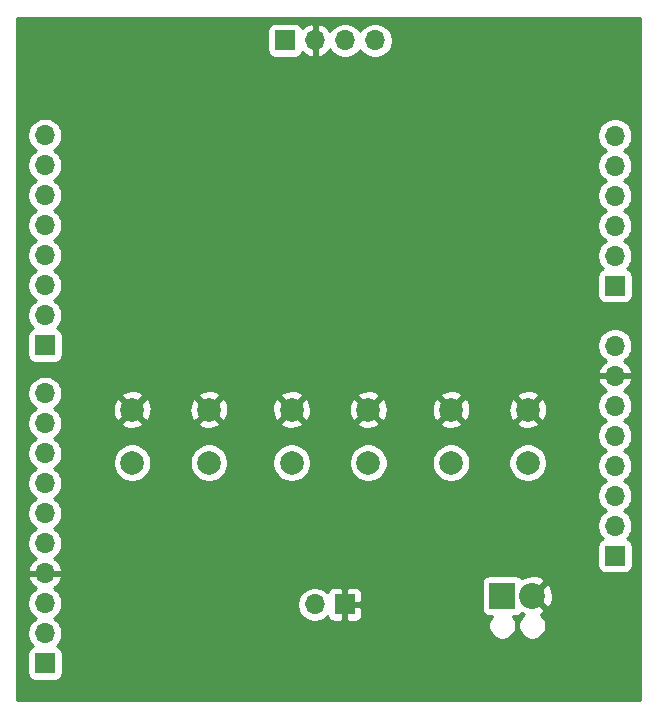
<source format=gbr>
%TF.GenerationSoftware,KiCad,Pcbnew,(5.1.7)-1*%
%TF.CreationDate,2020-11-11T20:37:37-05:00*%
%TF.ProjectId,Temp Probe,54656d70-2050-4726-9f62-652e6b696361,rev?*%
%TF.SameCoordinates,Original*%
%TF.FileFunction,Copper,L2,Bot*%
%TF.FilePolarity,Positive*%
%FSLAX46Y46*%
G04 Gerber Fmt 4.6, Leading zero omitted, Abs format (unit mm)*
G04 Created by KiCad (PCBNEW (5.1.7)-1) date 2020-11-11 20:37:37*
%MOMM*%
%LPD*%
G01*
G04 APERTURE LIST*
%TA.AperFunction,ComponentPad*%
%ADD10C,2.200000*%
%TD*%
%TA.AperFunction,ComponentPad*%
%ADD11R,2.200000X2.200000*%
%TD*%
%TA.AperFunction,ComponentPad*%
%ADD12O,1.700000X1.700000*%
%TD*%
%TA.AperFunction,ComponentPad*%
%ADD13R,1.700000X1.700000*%
%TD*%
%TA.AperFunction,ComponentPad*%
%ADD14C,2.000000*%
%TD*%
%TA.AperFunction,ViaPad*%
%ADD15C,0.800000*%
%TD*%
%TA.AperFunction,Conductor*%
%ADD16C,0.254000*%
%TD*%
%TA.AperFunction,Conductor*%
%ADD17C,0.100000*%
%TD*%
G04 APERTURE END LIST*
D10*
%TO.P,TH1,2*%
%TO.N,GND*%
X71750000Y-120000000D03*
D11*
%TO.P,TH1,1*%
%TO.N,Net-(C1-Pad1)*%
X69210000Y-120000000D03*
%TD*%
D12*
%TO.P,U3,4*%
%TO.N,/SDA*%
X58430000Y-73000000D03*
%TO.P,U3,3*%
%TO.N,/SCL*%
X55890000Y-73000000D03*
%TO.P,U3,2*%
%TO.N,GND*%
X53350000Y-73000000D03*
D13*
%TO.P,U3,1*%
%TO.N,+3V3*%
X50810000Y-73000000D03*
%TD*%
D14*
%TO.P,SW1,1*%
%TO.N,GND*%
X44360000Y-104250000D03*
%TO.P,SW1,2*%
%TO.N,/D7*%
X44360000Y-108750000D03*
%TO.P,SW1,1*%
%TO.N,GND*%
X37860000Y-104250000D03*
%TO.P,SW1,2*%
%TO.N,/D7*%
X37860000Y-108750000D03*
%TD*%
%TO.P,SW2,1*%
%TO.N,GND*%
X57860000Y-104250000D03*
%TO.P,SW2,2*%
%TO.N,/D5*%
X57860000Y-108750000D03*
%TO.P,SW2,1*%
%TO.N,GND*%
X51360000Y-104250000D03*
%TO.P,SW2,2*%
%TO.N,/D5*%
X51360000Y-108750000D03*
%TD*%
%TO.P,SW3,1*%
%TO.N,GND*%
X71360000Y-104250000D03*
%TO.P,SW3,2*%
%TO.N,/D4*%
X71360000Y-108750000D03*
%TO.P,SW3,1*%
%TO.N,GND*%
X64860000Y-104250000D03*
%TO.P,SW3,2*%
%TO.N,/D4*%
X64860000Y-108750000D03*
%TD*%
D12*
%TO.P,J4,10*%
%TO.N,N/C*%
X30480000Y-102870000D03*
%TO.P,J4,9*%
X30480000Y-105410000D03*
%TO.P,J4,8*%
X30480000Y-107950000D03*
%TO.P,J4,7*%
X30480000Y-110490000D03*
%TO.P,J4,6*%
%TO.N,/D12*%
X30480000Y-113030000D03*
%TO.P,J4,5*%
%TO.N,N/C*%
X30480000Y-115570000D03*
%TO.P,J4,4*%
%TO.N,GND*%
X30480000Y-118110000D03*
%TO.P,J4,3*%
%TO.N,N/C*%
X30480000Y-120650000D03*
%TO.P,J4,2*%
%TO.N,/SDA*%
X30480000Y-123190000D03*
D13*
%TO.P,J4,1*%
%TO.N,/SCL*%
X30480000Y-125730000D03*
%TD*%
D12*
%TO.P,J3,8*%
%TO.N,N/C*%
X78740000Y-98840000D03*
%TO.P,J3,7*%
%TO.N,GND*%
X78740000Y-101380000D03*
%TO.P,J3,6*%
%TO.N,N/C*%
X78740000Y-103920000D03*
%TO.P,J3,5*%
X78740000Y-106460000D03*
%TO.P,J3,4*%
%TO.N,+3V3*%
X78740000Y-109000000D03*
%TO.P,J3,3*%
%TO.N,N/C*%
X78740000Y-111540000D03*
%TO.P,J3,2*%
X78740000Y-114080000D03*
D13*
%TO.P,J3,1*%
X78740000Y-116620000D03*
%TD*%
D12*
%TO.P,J2,8*%
%TO.N,N/C*%
X30480000Y-81030000D03*
%TO.P,J2,7*%
X30480000Y-83570000D03*
%TO.P,J2,6*%
X30480000Y-86110000D03*
%TO.P,J2,5*%
X30480000Y-88650000D03*
%TO.P,J2,4*%
%TO.N,/D4*%
X30480000Y-91190000D03*
%TO.P,J2,3*%
%TO.N,/D5*%
X30480000Y-93730000D03*
%TO.P,J2,2*%
%TO.N,N/C*%
X30480000Y-96270000D03*
D13*
%TO.P,J2,1*%
%TO.N,/D7*%
X30480000Y-98810000D03*
%TD*%
D12*
%TO.P,J1,6*%
%TO.N,N/C*%
X78740000Y-81060000D03*
%TO.P,J1,5*%
X78740000Y-83600000D03*
%TO.P,J1,4*%
%TO.N,Net-(J1-Pad4)*%
X78740000Y-86140000D03*
%TO.P,J1,3*%
%TO.N,N/C*%
X78740000Y-88680000D03*
%TO.P,J1,2*%
X78740000Y-91220000D03*
D13*
%TO.P,J1,1*%
X78740000Y-93760000D03*
%TD*%
D12*
%TO.P,D1,2*%
%TO.N,Net-(D1-Pad2)*%
X53320000Y-120750000D03*
D13*
%TO.P,D1,1*%
%TO.N,GND*%
X55860000Y-120750000D03*
%TD*%
D15*
%TO.N,GND*%
X67000000Y-80500000D03*
X39250000Y-122250000D03*
%TD*%
D16*
%TO.N,GND*%
X80873000Y-128873000D02*
X28127000Y-128873000D01*
X28127000Y-124880000D01*
X28991928Y-124880000D01*
X28991928Y-126580000D01*
X29004188Y-126704482D01*
X29040498Y-126824180D01*
X29099463Y-126934494D01*
X29178815Y-127031185D01*
X29275506Y-127110537D01*
X29385820Y-127169502D01*
X29505518Y-127205812D01*
X29630000Y-127218072D01*
X31330000Y-127218072D01*
X31454482Y-127205812D01*
X31574180Y-127169502D01*
X31684494Y-127110537D01*
X31781185Y-127031185D01*
X31860537Y-126934494D01*
X31919502Y-126824180D01*
X31955812Y-126704482D01*
X31968072Y-126580000D01*
X31968072Y-124880000D01*
X31955812Y-124755518D01*
X31919502Y-124635820D01*
X31860537Y-124525506D01*
X31781185Y-124428815D01*
X31684494Y-124349463D01*
X31574180Y-124290498D01*
X31501620Y-124268487D01*
X31633475Y-124136632D01*
X31795990Y-123893411D01*
X31907932Y-123623158D01*
X31965000Y-123336260D01*
X31965000Y-123043740D01*
X31907932Y-122756842D01*
X31795990Y-122486589D01*
X31633475Y-122243368D01*
X31426632Y-122036525D01*
X31252240Y-121920000D01*
X31426632Y-121803475D01*
X31633475Y-121596632D01*
X31795990Y-121353411D01*
X31907932Y-121083158D01*
X31965000Y-120796260D01*
X31965000Y-120603740D01*
X51835000Y-120603740D01*
X51835000Y-120896260D01*
X51892068Y-121183158D01*
X52004010Y-121453411D01*
X52166525Y-121696632D01*
X52373368Y-121903475D01*
X52616589Y-122065990D01*
X52886842Y-122177932D01*
X53173740Y-122235000D01*
X53466260Y-122235000D01*
X53753158Y-122177932D01*
X54023411Y-122065990D01*
X54266632Y-121903475D01*
X54398487Y-121771620D01*
X54420498Y-121844180D01*
X54479463Y-121954494D01*
X54558815Y-122051185D01*
X54655506Y-122130537D01*
X54765820Y-122189502D01*
X54885518Y-122225812D01*
X55010000Y-122238072D01*
X55574250Y-122235000D01*
X55733000Y-122076250D01*
X55733000Y-120877000D01*
X55987000Y-120877000D01*
X55987000Y-122076250D01*
X56145750Y-122235000D01*
X56710000Y-122238072D01*
X56834482Y-122225812D01*
X56954180Y-122189502D01*
X57064494Y-122130537D01*
X57161185Y-122051185D01*
X57240537Y-121954494D01*
X57299502Y-121844180D01*
X57335812Y-121724482D01*
X57348072Y-121600000D01*
X57345000Y-121035750D01*
X57186250Y-120877000D01*
X55987000Y-120877000D01*
X55733000Y-120877000D01*
X55713000Y-120877000D01*
X55713000Y-120623000D01*
X55733000Y-120623000D01*
X55733000Y-119423750D01*
X55987000Y-119423750D01*
X55987000Y-120623000D01*
X57186250Y-120623000D01*
X57345000Y-120464250D01*
X57348072Y-119900000D01*
X57335812Y-119775518D01*
X57299502Y-119655820D01*
X57240537Y-119545506D01*
X57161185Y-119448815D01*
X57064494Y-119369463D01*
X56954180Y-119310498D01*
X56834482Y-119274188D01*
X56710000Y-119261928D01*
X56145750Y-119265000D01*
X55987000Y-119423750D01*
X55733000Y-119423750D01*
X55574250Y-119265000D01*
X55010000Y-119261928D01*
X54885518Y-119274188D01*
X54765820Y-119310498D01*
X54655506Y-119369463D01*
X54558815Y-119448815D01*
X54479463Y-119545506D01*
X54420498Y-119655820D01*
X54398487Y-119728380D01*
X54266632Y-119596525D01*
X54023411Y-119434010D01*
X53753158Y-119322068D01*
X53466260Y-119265000D01*
X53173740Y-119265000D01*
X52886842Y-119322068D01*
X52616589Y-119434010D01*
X52373368Y-119596525D01*
X52166525Y-119803368D01*
X52004010Y-120046589D01*
X51892068Y-120316842D01*
X51835000Y-120603740D01*
X31965000Y-120603740D01*
X31965000Y-120503740D01*
X31907932Y-120216842D01*
X31795990Y-119946589D01*
X31633475Y-119703368D01*
X31426632Y-119496525D01*
X31244466Y-119374805D01*
X31361355Y-119305178D01*
X31577588Y-119110269D01*
X31734425Y-118900000D01*
X67471928Y-118900000D01*
X67471928Y-121100000D01*
X67484188Y-121224482D01*
X67520498Y-121344180D01*
X67579463Y-121454494D01*
X67658815Y-121551185D01*
X67755506Y-121630537D01*
X67865820Y-121689502D01*
X67985518Y-121725812D01*
X68110000Y-121738072D01*
X68336084Y-121738072D01*
X68289550Y-121784606D01*
X68159866Y-121978692D01*
X68070539Y-122194348D01*
X68025000Y-122423288D01*
X68025000Y-122656712D01*
X68070539Y-122885652D01*
X68159866Y-123101308D01*
X68289550Y-123295394D01*
X68454606Y-123460450D01*
X68648692Y-123590134D01*
X68864348Y-123679461D01*
X69093288Y-123725000D01*
X69326712Y-123725000D01*
X69555652Y-123679461D01*
X69771308Y-123590134D01*
X69965394Y-123460450D01*
X70130450Y-123295394D01*
X70260134Y-123101308D01*
X70349461Y-122885652D01*
X70395000Y-122656712D01*
X70395000Y-122423288D01*
X70349461Y-122194348D01*
X70260134Y-121978692D01*
X70130450Y-121784606D01*
X70083916Y-121738072D01*
X70310000Y-121738072D01*
X70434482Y-121725812D01*
X70554180Y-121689502D01*
X70664494Y-121630537D01*
X70761185Y-121551185D01*
X70826772Y-121471267D01*
X70830726Y-121481338D01*
X71044238Y-121586387D01*
X70994606Y-121619550D01*
X70829550Y-121784606D01*
X70699866Y-121978692D01*
X70610539Y-122194348D01*
X70565000Y-122423288D01*
X70565000Y-122656712D01*
X70610539Y-122885652D01*
X70699866Y-123101308D01*
X70829550Y-123295394D01*
X70994606Y-123460450D01*
X71188692Y-123590134D01*
X71404348Y-123679461D01*
X71633288Y-123725000D01*
X71866712Y-123725000D01*
X72095652Y-123679461D01*
X72311308Y-123590134D01*
X72505394Y-123460450D01*
X72670450Y-123295394D01*
X72800134Y-123101308D01*
X72889461Y-122885652D01*
X72935000Y-122656712D01*
X72935000Y-122423288D01*
X72889461Y-122194348D01*
X72800134Y-121978692D01*
X72670450Y-121784606D01*
X72505394Y-121619550D01*
X72461835Y-121590445D01*
X72470966Y-121587336D01*
X72669274Y-121481338D01*
X72777107Y-121206712D01*
X71750000Y-120179605D01*
X71735858Y-120193748D01*
X71556253Y-120014143D01*
X71570395Y-120000000D01*
X71929605Y-120000000D01*
X72956712Y-121027107D01*
X73231338Y-120919274D01*
X73382216Y-120612616D01*
X73470369Y-120282415D01*
X73492409Y-119941361D01*
X73447489Y-119602561D01*
X73337336Y-119279034D01*
X73231338Y-119080726D01*
X72956712Y-118972893D01*
X71929605Y-120000000D01*
X71570395Y-120000000D01*
X71556253Y-119985858D01*
X71735858Y-119806253D01*
X71750000Y-119820395D01*
X72777107Y-118793288D01*
X72669274Y-118518662D01*
X72362616Y-118367784D01*
X72032415Y-118279631D01*
X71691361Y-118257591D01*
X71352561Y-118302511D01*
X71029034Y-118412664D01*
X70830726Y-118518662D01*
X70826772Y-118528733D01*
X70761185Y-118448815D01*
X70664494Y-118369463D01*
X70554180Y-118310498D01*
X70434482Y-118274188D01*
X70310000Y-118261928D01*
X68110000Y-118261928D01*
X67985518Y-118274188D01*
X67865820Y-118310498D01*
X67755506Y-118369463D01*
X67658815Y-118448815D01*
X67579463Y-118545506D01*
X67520498Y-118655820D01*
X67484188Y-118775518D01*
X67471928Y-118900000D01*
X31734425Y-118900000D01*
X31751641Y-118876920D01*
X31876825Y-118614099D01*
X31921476Y-118466890D01*
X31800155Y-118237000D01*
X30607000Y-118237000D01*
X30607000Y-118257000D01*
X30353000Y-118257000D01*
X30353000Y-118237000D01*
X29159845Y-118237000D01*
X29038524Y-118466890D01*
X29083175Y-118614099D01*
X29208359Y-118876920D01*
X29382412Y-119110269D01*
X29598645Y-119305178D01*
X29715534Y-119374805D01*
X29533368Y-119496525D01*
X29326525Y-119703368D01*
X29164010Y-119946589D01*
X29052068Y-120216842D01*
X28995000Y-120503740D01*
X28995000Y-120796260D01*
X29052068Y-121083158D01*
X29164010Y-121353411D01*
X29326525Y-121596632D01*
X29533368Y-121803475D01*
X29707760Y-121920000D01*
X29533368Y-122036525D01*
X29326525Y-122243368D01*
X29164010Y-122486589D01*
X29052068Y-122756842D01*
X28995000Y-123043740D01*
X28995000Y-123336260D01*
X29052068Y-123623158D01*
X29164010Y-123893411D01*
X29326525Y-124136632D01*
X29458380Y-124268487D01*
X29385820Y-124290498D01*
X29275506Y-124349463D01*
X29178815Y-124428815D01*
X29099463Y-124525506D01*
X29040498Y-124635820D01*
X29004188Y-124755518D01*
X28991928Y-124880000D01*
X28127000Y-124880000D01*
X28127000Y-102723740D01*
X28995000Y-102723740D01*
X28995000Y-103016260D01*
X29052068Y-103303158D01*
X29164010Y-103573411D01*
X29326525Y-103816632D01*
X29533368Y-104023475D01*
X29707760Y-104140000D01*
X29533368Y-104256525D01*
X29326525Y-104463368D01*
X29164010Y-104706589D01*
X29052068Y-104976842D01*
X28995000Y-105263740D01*
X28995000Y-105556260D01*
X29052068Y-105843158D01*
X29164010Y-106113411D01*
X29326525Y-106356632D01*
X29533368Y-106563475D01*
X29707760Y-106680000D01*
X29533368Y-106796525D01*
X29326525Y-107003368D01*
X29164010Y-107246589D01*
X29052068Y-107516842D01*
X28995000Y-107803740D01*
X28995000Y-108096260D01*
X29052068Y-108383158D01*
X29164010Y-108653411D01*
X29326525Y-108896632D01*
X29533368Y-109103475D01*
X29707760Y-109220000D01*
X29533368Y-109336525D01*
X29326525Y-109543368D01*
X29164010Y-109786589D01*
X29052068Y-110056842D01*
X28995000Y-110343740D01*
X28995000Y-110636260D01*
X29052068Y-110923158D01*
X29164010Y-111193411D01*
X29326525Y-111436632D01*
X29533368Y-111643475D01*
X29707760Y-111760000D01*
X29533368Y-111876525D01*
X29326525Y-112083368D01*
X29164010Y-112326589D01*
X29052068Y-112596842D01*
X28995000Y-112883740D01*
X28995000Y-113176260D01*
X29052068Y-113463158D01*
X29164010Y-113733411D01*
X29326525Y-113976632D01*
X29533368Y-114183475D01*
X29707760Y-114300000D01*
X29533368Y-114416525D01*
X29326525Y-114623368D01*
X29164010Y-114866589D01*
X29052068Y-115136842D01*
X28995000Y-115423740D01*
X28995000Y-115716260D01*
X29052068Y-116003158D01*
X29164010Y-116273411D01*
X29326525Y-116516632D01*
X29533368Y-116723475D01*
X29715534Y-116845195D01*
X29598645Y-116914822D01*
X29382412Y-117109731D01*
X29208359Y-117343080D01*
X29083175Y-117605901D01*
X29038524Y-117753110D01*
X29159845Y-117983000D01*
X30353000Y-117983000D01*
X30353000Y-117963000D01*
X30607000Y-117963000D01*
X30607000Y-117983000D01*
X31800155Y-117983000D01*
X31921476Y-117753110D01*
X31876825Y-117605901D01*
X31751641Y-117343080D01*
X31577588Y-117109731D01*
X31361355Y-116914822D01*
X31244466Y-116845195D01*
X31426632Y-116723475D01*
X31633475Y-116516632D01*
X31795990Y-116273411D01*
X31907932Y-116003158D01*
X31954310Y-115770000D01*
X77251928Y-115770000D01*
X77251928Y-117470000D01*
X77264188Y-117594482D01*
X77300498Y-117714180D01*
X77359463Y-117824494D01*
X77438815Y-117921185D01*
X77535506Y-118000537D01*
X77645820Y-118059502D01*
X77765518Y-118095812D01*
X77890000Y-118108072D01*
X79590000Y-118108072D01*
X79714482Y-118095812D01*
X79834180Y-118059502D01*
X79944494Y-118000537D01*
X80041185Y-117921185D01*
X80120537Y-117824494D01*
X80179502Y-117714180D01*
X80215812Y-117594482D01*
X80228072Y-117470000D01*
X80228072Y-115770000D01*
X80215812Y-115645518D01*
X80179502Y-115525820D01*
X80120537Y-115415506D01*
X80041185Y-115318815D01*
X79944494Y-115239463D01*
X79834180Y-115180498D01*
X79761620Y-115158487D01*
X79893475Y-115026632D01*
X80055990Y-114783411D01*
X80167932Y-114513158D01*
X80225000Y-114226260D01*
X80225000Y-113933740D01*
X80167932Y-113646842D01*
X80055990Y-113376589D01*
X79893475Y-113133368D01*
X79686632Y-112926525D01*
X79512240Y-112810000D01*
X79686632Y-112693475D01*
X79893475Y-112486632D01*
X80055990Y-112243411D01*
X80167932Y-111973158D01*
X80225000Y-111686260D01*
X80225000Y-111393740D01*
X80167932Y-111106842D01*
X80055990Y-110836589D01*
X79893475Y-110593368D01*
X79686632Y-110386525D01*
X79512240Y-110270000D01*
X79686632Y-110153475D01*
X79893475Y-109946632D01*
X80055990Y-109703411D01*
X80167932Y-109433158D01*
X80225000Y-109146260D01*
X80225000Y-108853740D01*
X80167932Y-108566842D01*
X80055990Y-108296589D01*
X79893475Y-108053368D01*
X79686632Y-107846525D01*
X79512240Y-107730000D01*
X79686632Y-107613475D01*
X79893475Y-107406632D01*
X80055990Y-107163411D01*
X80167932Y-106893158D01*
X80225000Y-106606260D01*
X80225000Y-106313740D01*
X80167932Y-106026842D01*
X80055990Y-105756589D01*
X79893475Y-105513368D01*
X79686632Y-105306525D01*
X79512240Y-105190000D01*
X79686632Y-105073475D01*
X79893475Y-104866632D01*
X80055990Y-104623411D01*
X80167932Y-104353158D01*
X80225000Y-104066260D01*
X80225000Y-103773740D01*
X80167932Y-103486842D01*
X80055990Y-103216589D01*
X79893475Y-102973368D01*
X79686632Y-102766525D01*
X79504466Y-102644805D01*
X79621355Y-102575178D01*
X79837588Y-102380269D01*
X80011641Y-102146920D01*
X80136825Y-101884099D01*
X80181476Y-101736890D01*
X80060155Y-101507000D01*
X78867000Y-101507000D01*
X78867000Y-101527000D01*
X78613000Y-101527000D01*
X78613000Y-101507000D01*
X77419845Y-101507000D01*
X77298524Y-101736890D01*
X77343175Y-101884099D01*
X77468359Y-102146920D01*
X77642412Y-102380269D01*
X77858645Y-102575178D01*
X77975534Y-102644805D01*
X77793368Y-102766525D01*
X77586525Y-102973368D01*
X77424010Y-103216589D01*
X77312068Y-103486842D01*
X77255000Y-103773740D01*
X77255000Y-104066260D01*
X77312068Y-104353158D01*
X77424010Y-104623411D01*
X77586525Y-104866632D01*
X77793368Y-105073475D01*
X77967760Y-105190000D01*
X77793368Y-105306525D01*
X77586525Y-105513368D01*
X77424010Y-105756589D01*
X77312068Y-106026842D01*
X77255000Y-106313740D01*
X77255000Y-106606260D01*
X77312068Y-106893158D01*
X77424010Y-107163411D01*
X77586525Y-107406632D01*
X77793368Y-107613475D01*
X77967760Y-107730000D01*
X77793368Y-107846525D01*
X77586525Y-108053368D01*
X77424010Y-108296589D01*
X77312068Y-108566842D01*
X77255000Y-108853740D01*
X77255000Y-109146260D01*
X77312068Y-109433158D01*
X77424010Y-109703411D01*
X77586525Y-109946632D01*
X77793368Y-110153475D01*
X77967760Y-110270000D01*
X77793368Y-110386525D01*
X77586525Y-110593368D01*
X77424010Y-110836589D01*
X77312068Y-111106842D01*
X77255000Y-111393740D01*
X77255000Y-111686260D01*
X77312068Y-111973158D01*
X77424010Y-112243411D01*
X77586525Y-112486632D01*
X77793368Y-112693475D01*
X77967760Y-112810000D01*
X77793368Y-112926525D01*
X77586525Y-113133368D01*
X77424010Y-113376589D01*
X77312068Y-113646842D01*
X77255000Y-113933740D01*
X77255000Y-114226260D01*
X77312068Y-114513158D01*
X77424010Y-114783411D01*
X77586525Y-115026632D01*
X77718380Y-115158487D01*
X77645820Y-115180498D01*
X77535506Y-115239463D01*
X77438815Y-115318815D01*
X77359463Y-115415506D01*
X77300498Y-115525820D01*
X77264188Y-115645518D01*
X77251928Y-115770000D01*
X31954310Y-115770000D01*
X31965000Y-115716260D01*
X31965000Y-115423740D01*
X31907932Y-115136842D01*
X31795990Y-114866589D01*
X31633475Y-114623368D01*
X31426632Y-114416525D01*
X31252240Y-114300000D01*
X31426632Y-114183475D01*
X31633475Y-113976632D01*
X31795990Y-113733411D01*
X31907932Y-113463158D01*
X31965000Y-113176260D01*
X31965000Y-112883740D01*
X31907932Y-112596842D01*
X31795990Y-112326589D01*
X31633475Y-112083368D01*
X31426632Y-111876525D01*
X31252240Y-111760000D01*
X31426632Y-111643475D01*
X31633475Y-111436632D01*
X31795990Y-111193411D01*
X31907932Y-110923158D01*
X31965000Y-110636260D01*
X31965000Y-110343740D01*
X31907932Y-110056842D01*
X31795990Y-109786589D01*
X31633475Y-109543368D01*
X31426632Y-109336525D01*
X31252240Y-109220000D01*
X31426632Y-109103475D01*
X31633475Y-108896632D01*
X31795990Y-108653411D01*
X31822683Y-108588967D01*
X36225000Y-108588967D01*
X36225000Y-108911033D01*
X36287832Y-109226912D01*
X36411082Y-109524463D01*
X36590013Y-109792252D01*
X36817748Y-110019987D01*
X37085537Y-110198918D01*
X37383088Y-110322168D01*
X37698967Y-110385000D01*
X38021033Y-110385000D01*
X38336912Y-110322168D01*
X38634463Y-110198918D01*
X38902252Y-110019987D01*
X39129987Y-109792252D01*
X39308918Y-109524463D01*
X39432168Y-109226912D01*
X39495000Y-108911033D01*
X39495000Y-108588967D01*
X42725000Y-108588967D01*
X42725000Y-108911033D01*
X42787832Y-109226912D01*
X42911082Y-109524463D01*
X43090013Y-109792252D01*
X43317748Y-110019987D01*
X43585537Y-110198918D01*
X43883088Y-110322168D01*
X44198967Y-110385000D01*
X44521033Y-110385000D01*
X44836912Y-110322168D01*
X45134463Y-110198918D01*
X45402252Y-110019987D01*
X45629987Y-109792252D01*
X45808918Y-109524463D01*
X45932168Y-109226912D01*
X45995000Y-108911033D01*
X45995000Y-108588967D01*
X49725000Y-108588967D01*
X49725000Y-108911033D01*
X49787832Y-109226912D01*
X49911082Y-109524463D01*
X50090013Y-109792252D01*
X50317748Y-110019987D01*
X50585537Y-110198918D01*
X50883088Y-110322168D01*
X51198967Y-110385000D01*
X51521033Y-110385000D01*
X51836912Y-110322168D01*
X52134463Y-110198918D01*
X52402252Y-110019987D01*
X52629987Y-109792252D01*
X52808918Y-109524463D01*
X52932168Y-109226912D01*
X52995000Y-108911033D01*
X52995000Y-108588967D01*
X56225000Y-108588967D01*
X56225000Y-108911033D01*
X56287832Y-109226912D01*
X56411082Y-109524463D01*
X56590013Y-109792252D01*
X56817748Y-110019987D01*
X57085537Y-110198918D01*
X57383088Y-110322168D01*
X57698967Y-110385000D01*
X58021033Y-110385000D01*
X58336912Y-110322168D01*
X58634463Y-110198918D01*
X58902252Y-110019987D01*
X59129987Y-109792252D01*
X59308918Y-109524463D01*
X59432168Y-109226912D01*
X59495000Y-108911033D01*
X59495000Y-108588967D01*
X63225000Y-108588967D01*
X63225000Y-108911033D01*
X63287832Y-109226912D01*
X63411082Y-109524463D01*
X63590013Y-109792252D01*
X63817748Y-110019987D01*
X64085537Y-110198918D01*
X64383088Y-110322168D01*
X64698967Y-110385000D01*
X65021033Y-110385000D01*
X65336912Y-110322168D01*
X65634463Y-110198918D01*
X65902252Y-110019987D01*
X66129987Y-109792252D01*
X66308918Y-109524463D01*
X66432168Y-109226912D01*
X66495000Y-108911033D01*
X66495000Y-108588967D01*
X69725000Y-108588967D01*
X69725000Y-108911033D01*
X69787832Y-109226912D01*
X69911082Y-109524463D01*
X70090013Y-109792252D01*
X70317748Y-110019987D01*
X70585537Y-110198918D01*
X70883088Y-110322168D01*
X71198967Y-110385000D01*
X71521033Y-110385000D01*
X71836912Y-110322168D01*
X72134463Y-110198918D01*
X72402252Y-110019987D01*
X72629987Y-109792252D01*
X72808918Y-109524463D01*
X72932168Y-109226912D01*
X72995000Y-108911033D01*
X72995000Y-108588967D01*
X72932168Y-108273088D01*
X72808918Y-107975537D01*
X72629987Y-107707748D01*
X72402252Y-107480013D01*
X72134463Y-107301082D01*
X71836912Y-107177832D01*
X71521033Y-107115000D01*
X71198967Y-107115000D01*
X70883088Y-107177832D01*
X70585537Y-107301082D01*
X70317748Y-107480013D01*
X70090013Y-107707748D01*
X69911082Y-107975537D01*
X69787832Y-108273088D01*
X69725000Y-108588967D01*
X66495000Y-108588967D01*
X66432168Y-108273088D01*
X66308918Y-107975537D01*
X66129987Y-107707748D01*
X65902252Y-107480013D01*
X65634463Y-107301082D01*
X65336912Y-107177832D01*
X65021033Y-107115000D01*
X64698967Y-107115000D01*
X64383088Y-107177832D01*
X64085537Y-107301082D01*
X63817748Y-107480013D01*
X63590013Y-107707748D01*
X63411082Y-107975537D01*
X63287832Y-108273088D01*
X63225000Y-108588967D01*
X59495000Y-108588967D01*
X59432168Y-108273088D01*
X59308918Y-107975537D01*
X59129987Y-107707748D01*
X58902252Y-107480013D01*
X58634463Y-107301082D01*
X58336912Y-107177832D01*
X58021033Y-107115000D01*
X57698967Y-107115000D01*
X57383088Y-107177832D01*
X57085537Y-107301082D01*
X56817748Y-107480013D01*
X56590013Y-107707748D01*
X56411082Y-107975537D01*
X56287832Y-108273088D01*
X56225000Y-108588967D01*
X52995000Y-108588967D01*
X52932168Y-108273088D01*
X52808918Y-107975537D01*
X52629987Y-107707748D01*
X52402252Y-107480013D01*
X52134463Y-107301082D01*
X51836912Y-107177832D01*
X51521033Y-107115000D01*
X51198967Y-107115000D01*
X50883088Y-107177832D01*
X50585537Y-107301082D01*
X50317748Y-107480013D01*
X50090013Y-107707748D01*
X49911082Y-107975537D01*
X49787832Y-108273088D01*
X49725000Y-108588967D01*
X45995000Y-108588967D01*
X45932168Y-108273088D01*
X45808918Y-107975537D01*
X45629987Y-107707748D01*
X45402252Y-107480013D01*
X45134463Y-107301082D01*
X44836912Y-107177832D01*
X44521033Y-107115000D01*
X44198967Y-107115000D01*
X43883088Y-107177832D01*
X43585537Y-107301082D01*
X43317748Y-107480013D01*
X43090013Y-107707748D01*
X42911082Y-107975537D01*
X42787832Y-108273088D01*
X42725000Y-108588967D01*
X39495000Y-108588967D01*
X39432168Y-108273088D01*
X39308918Y-107975537D01*
X39129987Y-107707748D01*
X38902252Y-107480013D01*
X38634463Y-107301082D01*
X38336912Y-107177832D01*
X38021033Y-107115000D01*
X37698967Y-107115000D01*
X37383088Y-107177832D01*
X37085537Y-107301082D01*
X36817748Y-107480013D01*
X36590013Y-107707748D01*
X36411082Y-107975537D01*
X36287832Y-108273088D01*
X36225000Y-108588967D01*
X31822683Y-108588967D01*
X31907932Y-108383158D01*
X31965000Y-108096260D01*
X31965000Y-107803740D01*
X31907932Y-107516842D01*
X31795990Y-107246589D01*
X31633475Y-107003368D01*
X31426632Y-106796525D01*
X31252240Y-106680000D01*
X31426632Y-106563475D01*
X31633475Y-106356632D01*
X31795990Y-106113411D01*
X31907932Y-105843158D01*
X31965000Y-105556260D01*
X31965000Y-105385413D01*
X36904192Y-105385413D01*
X36999956Y-105649814D01*
X37289571Y-105790704D01*
X37601108Y-105872384D01*
X37922595Y-105891718D01*
X38241675Y-105847961D01*
X38546088Y-105742795D01*
X38720044Y-105649814D01*
X38815808Y-105385413D01*
X43404192Y-105385413D01*
X43499956Y-105649814D01*
X43789571Y-105790704D01*
X44101108Y-105872384D01*
X44422595Y-105891718D01*
X44741675Y-105847961D01*
X45046088Y-105742795D01*
X45220044Y-105649814D01*
X45315808Y-105385413D01*
X50404192Y-105385413D01*
X50499956Y-105649814D01*
X50789571Y-105790704D01*
X51101108Y-105872384D01*
X51422595Y-105891718D01*
X51741675Y-105847961D01*
X52046088Y-105742795D01*
X52220044Y-105649814D01*
X52315808Y-105385413D01*
X56904192Y-105385413D01*
X56999956Y-105649814D01*
X57289571Y-105790704D01*
X57601108Y-105872384D01*
X57922595Y-105891718D01*
X58241675Y-105847961D01*
X58546088Y-105742795D01*
X58720044Y-105649814D01*
X58815808Y-105385413D01*
X63904192Y-105385413D01*
X63999956Y-105649814D01*
X64289571Y-105790704D01*
X64601108Y-105872384D01*
X64922595Y-105891718D01*
X65241675Y-105847961D01*
X65546088Y-105742795D01*
X65720044Y-105649814D01*
X65815808Y-105385413D01*
X70404192Y-105385413D01*
X70499956Y-105649814D01*
X70789571Y-105790704D01*
X71101108Y-105872384D01*
X71422595Y-105891718D01*
X71741675Y-105847961D01*
X72046088Y-105742795D01*
X72220044Y-105649814D01*
X72315808Y-105385413D01*
X71360000Y-104429605D01*
X70404192Y-105385413D01*
X65815808Y-105385413D01*
X64860000Y-104429605D01*
X63904192Y-105385413D01*
X58815808Y-105385413D01*
X57860000Y-104429605D01*
X56904192Y-105385413D01*
X52315808Y-105385413D01*
X51360000Y-104429605D01*
X50404192Y-105385413D01*
X45315808Y-105385413D01*
X44360000Y-104429605D01*
X43404192Y-105385413D01*
X38815808Y-105385413D01*
X37860000Y-104429605D01*
X36904192Y-105385413D01*
X31965000Y-105385413D01*
X31965000Y-105263740D01*
X31907932Y-104976842D01*
X31795990Y-104706589D01*
X31633475Y-104463368D01*
X31482702Y-104312595D01*
X36218282Y-104312595D01*
X36262039Y-104631675D01*
X36367205Y-104936088D01*
X36460186Y-105110044D01*
X36724587Y-105205808D01*
X37680395Y-104250000D01*
X38039605Y-104250000D01*
X38995413Y-105205808D01*
X39259814Y-105110044D01*
X39400704Y-104820429D01*
X39482384Y-104508892D01*
X39494189Y-104312595D01*
X42718282Y-104312595D01*
X42762039Y-104631675D01*
X42867205Y-104936088D01*
X42960186Y-105110044D01*
X43224587Y-105205808D01*
X44180395Y-104250000D01*
X44539605Y-104250000D01*
X45495413Y-105205808D01*
X45759814Y-105110044D01*
X45900704Y-104820429D01*
X45982384Y-104508892D01*
X45994189Y-104312595D01*
X49718282Y-104312595D01*
X49762039Y-104631675D01*
X49867205Y-104936088D01*
X49960186Y-105110044D01*
X50224587Y-105205808D01*
X51180395Y-104250000D01*
X51539605Y-104250000D01*
X52495413Y-105205808D01*
X52759814Y-105110044D01*
X52900704Y-104820429D01*
X52982384Y-104508892D01*
X52994189Y-104312595D01*
X56218282Y-104312595D01*
X56262039Y-104631675D01*
X56367205Y-104936088D01*
X56460186Y-105110044D01*
X56724587Y-105205808D01*
X57680395Y-104250000D01*
X58039605Y-104250000D01*
X58995413Y-105205808D01*
X59259814Y-105110044D01*
X59400704Y-104820429D01*
X59482384Y-104508892D01*
X59494189Y-104312595D01*
X63218282Y-104312595D01*
X63262039Y-104631675D01*
X63367205Y-104936088D01*
X63460186Y-105110044D01*
X63724587Y-105205808D01*
X64680395Y-104250000D01*
X65039605Y-104250000D01*
X65995413Y-105205808D01*
X66259814Y-105110044D01*
X66400704Y-104820429D01*
X66482384Y-104508892D01*
X66494189Y-104312595D01*
X69718282Y-104312595D01*
X69762039Y-104631675D01*
X69867205Y-104936088D01*
X69960186Y-105110044D01*
X70224587Y-105205808D01*
X71180395Y-104250000D01*
X71539605Y-104250000D01*
X72495413Y-105205808D01*
X72759814Y-105110044D01*
X72900704Y-104820429D01*
X72982384Y-104508892D01*
X73001718Y-104187405D01*
X72957961Y-103868325D01*
X72852795Y-103563912D01*
X72759814Y-103389956D01*
X72495413Y-103294192D01*
X71539605Y-104250000D01*
X71180395Y-104250000D01*
X70224587Y-103294192D01*
X69960186Y-103389956D01*
X69819296Y-103679571D01*
X69737616Y-103991108D01*
X69718282Y-104312595D01*
X66494189Y-104312595D01*
X66501718Y-104187405D01*
X66457961Y-103868325D01*
X66352795Y-103563912D01*
X66259814Y-103389956D01*
X65995413Y-103294192D01*
X65039605Y-104250000D01*
X64680395Y-104250000D01*
X63724587Y-103294192D01*
X63460186Y-103389956D01*
X63319296Y-103679571D01*
X63237616Y-103991108D01*
X63218282Y-104312595D01*
X59494189Y-104312595D01*
X59501718Y-104187405D01*
X59457961Y-103868325D01*
X59352795Y-103563912D01*
X59259814Y-103389956D01*
X58995413Y-103294192D01*
X58039605Y-104250000D01*
X57680395Y-104250000D01*
X56724587Y-103294192D01*
X56460186Y-103389956D01*
X56319296Y-103679571D01*
X56237616Y-103991108D01*
X56218282Y-104312595D01*
X52994189Y-104312595D01*
X53001718Y-104187405D01*
X52957961Y-103868325D01*
X52852795Y-103563912D01*
X52759814Y-103389956D01*
X52495413Y-103294192D01*
X51539605Y-104250000D01*
X51180395Y-104250000D01*
X50224587Y-103294192D01*
X49960186Y-103389956D01*
X49819296Y-103679571D01*
X49737616Y-103991108D01*
X49718282Y-104312595D01*
X45994189Y-104312595D01*
X46001718Y-104187405D01*
X45957961Y-103868325D01*
X45852795Y-103563912D01*
X45759814Y-103389956D01*
X45495413Y-103294192D01*
X44539605Y-104250000D01*
X44180395Y-104250000D01*
X43224587Y-103294192D01*
X42960186Y-103389956D01*
X42819296Y-103679571D01*
X42737616Y-103991108D01*
X42718282Y-104312595D01*
X39494189Y-104312595D01*
X39501718Y-104187405D01*
X39457961Y-103868325D01*
X39352795Y-103563912D01*
X39259814Y-103389956D01*
X38995413Y-103294192D01*
X38039605Y-104250000D01*
X37680395Y-104250000D01*
X36724587Y-103294192D01*
X36460186Y-103389956D01*
X36319296Y-103679571D01*
X36237616Y-103991108D01*
X36218282Y-104312595D01*
X31482702Y-104312595D01*
X31426632Y-104256525D01*
X31252240Y-104140000D01*
X31426632Y-104023475D01*
X31633475Y-103816632D01*
X31795990Y-103573411D01*
X31907932Y-103303158D01*
X31945441Y-103114587D01*
X36904192Y-103114587D01*
X37860000Y-104070395D01*
X38815808Y-103114587D01*
X43404192Y-103114587D01*
X44360000Y-104070395D01*
X45315808Y-103114587D01*
X50404192Y-103114587D01*
X51360000Y-104070395D01*
X52315808Y-103114587D01*
X56904192Y-103114587D01*
X57860000Y-104070395D01*
X58815808Y-103114587D01*
X63904192Y-103114587D01*
X64860000Y-104070395D01*
X65815808Y-103114587D01*
X70404192Y-103114587D01*
X71360000Y-104070395D01*
X72315808Y-103114587D01*
X72220044Y-102850186D01*
X71930429Y-102709296D01*
X71618892Y-102627616D01*
X71297405Y-102608282D01*
X70978325Y-102652039D01*
X70673912Y-102757205D01*
X70499956Y-102850186D01*
X70404192Y-103114587D01*
X65815808Y-103114587D01*
X65720044Y-102850186D01*
X65430429Y-102709296D01*
X65118892Y-102627616D01*
X64797405Y-102608282D01*
X64478325Y-102652039D01*
X64173912Y-102757205D01*
X63999956Y-102850186D01*
X63904192Y-103114587D01*
X58815808Y-103114587D01*
X58720044Y-102850186D01*
X58430429Y-102709296D01*
X58118892Y-102627616D01*
X57797405Y-102608282D01*
X57478325Y-102652039D01*
X57173912Y-102757205D01*
X56999956Y-102850186D01*
X56904192Y-103114587D01*
X52315808Y-103114587D01*
X52220044Y-102850186D01*
X51930429Y-102709296D01*
X51618892Y-102627616D01*
X51297405Y-102608282D01*
X50978325Y-102652039D01*
X50673912Y-102757205D01*
X50499956Y-102850186D01*
X50404192Y-103114587D01*
X45315808Y-103114587D01*
X45220044Y-102850186D01*
X44930429Y-102709296D01*
X44618892Y-102627616D01*
X44297405Y-102608282D01*
X43978325Y-102652039D01*
X43673912Y-102757205D01*
X43499956Y-102850186D01*
X43404192Y-103114587D01*
X38815808Y-103114587D01*
X38720044Y-102850186D01*
X38430429Y-102709296D01*
X38118892Y-102627616D01*
X37797405Y-102608282D01*
X37478325Y-102652039D01*
X37173912Y-102757205D01*
X36999956Y-102850186D01*
X36904192Y-103114587D01*
X31945441Y-103114587D01*
X31965000Y-103016260D01*
X31965000Y-102723740D01*
X31907932Y-102436842D01*
X31795990Y-102166589D01*
X31633475Y-101923368D01*
X31426632Y-101716525D01*
X31183411Y-101554010D01*
X30913158Y-101442068D01*
X30626260Y-101385000D01*
X30333740Y-101385000D01*
X30046842Y-101442068D01*
X29776589Y-101554010D01*
X29533368Y-101716525D01*
X29326525Y-101923368D01*
X29164010Y-102166589D01*
X29052068Y-102436842D01*
X28995000Y-102723740D01*
X28127000Y-102723740D01*
X28127000Y-97960000D01*
X28991928Y-97960000D01*
X28991928Y-99660000D01*
X29004188Y-99784482D01*
X29040498Y-99904180D01*
X29099463Y-100014494D01*
X29178815Y-100111185D01*
X29275506Y-100190537D01*
X29385820Y-100249502D01*
X29505518Y-100285812D01*
X29630000Y-100298072D01*
X31330000Y-100298072D01*
X31454482Y-100285812D01*
X31574180Y-100249502D01*
X31684494Y-100190537D01*
X31781185Y-100111185D01*
X31860537Y-100014494D01*
X31919502Y-99904180D01*
X31955812Y-99784482D01*
X31968072Y-99660000D01*
X31968072Y-98693740D01*
X77255000Y-98693740D01*
X77255000Y-98986260D01*
X77312068Y-99273158D01*
X77424010Y-99543411D01*
X77586525Y-99786632D01*
X77793368Y-99993475D01*
X77975534Y-100115195D01*
X77858645Y-100184822D01*
X77642412Y-100379731D01*
X77468359Y-100613080D01*
X77343175Y-100875901D01*
X77298524Y-101023110D01*
X77419845Y-101253000D01*
X78613000Y-101253000D01*
X78613000Y-101233000D01*
X78867000Y-101233000D01*
X78867000Y-101253000D01*
X80060155Y-101253000D01*
X80181476Y-101023110D01*
X80136825Y-100875901D01*
X80011641Y-100613080D01*
X79837588Y-100379731D01*
X79621355Y-100184822D01*
X79504466Y-100115195D01*
X79686632Y-99993475D01*
X79893475Y-99786632D01*
X80055990Y-99543411D01*
X80167932Y-99273158D01*
X80225000Y-98986260D01*
X80225000Y-98693740D01*
X80167932Y-98406842D01*
X80055990Y-98136589D01*
X79893475Y-97893368D01*
X79686632Y-97686525D01*
X79443411Y-97524010D01*
X79173158Y-97412068D01*
X78886260Y-97355000D01*
X78593740Y-97355000D01*
X78306842Y-97412068D01*
X78036589Y-97524010D01*
X77793368Y-97686525D01*
X77586525Y-97893368D01*
X77424010Y-98136589D01*
X77312068Y-98406842D01*
X77255000Y-98693740D01*
X31968072Y-98693740D01*
X31968072Y-97960000D01*
X31955812Y-97835518D01*
X31919502Y-97715820D01*
X31860537Y-97605506D01*
X31781185Y-97508815D01*
X31684494Y-97429463D01*
X31574180Y-97370498D01*
X31501620Y-97348487D01*
X31633475Y-97216632D01*
X31795990Y-96973411D01*
X31907932Y-96703158D01*
X31965000Y-96416260D01*
X31965000Y-96123740D01*
X31907932Y-95836842D01*
X31795990Y-95566589D01*
X31633475Y-95323368D01*
X31426632Y-95116525D01*
X31252240Y-95000000D01*
X31426632Y-94883475D01*
X31633475Y-94676632D01*
X31795990Y-94433411D01*
X31907932Y-94163158D01*
X31965000Y-93876260D01*
X31965000Y-93583740D01*
X31907932Y-93296842D01*
X31795990Y-93026589D01*
X31718088Y-92910000D01*
X77251928Y-92910000D01*
X77251928Y-94610000D01*
X77264188Y-94734482D01*
X77300498Y-94854180D01*
X77359463Y-94964494D01*
X77438815Y-95061185D01*
X77535506Y-95140537D01*
X77645820Y-95199502D01*
X77765518Y-95235812D01*
X77890000Y-95248072D01*
X79590000Y-95248072D01*
X79714482Y-95235812D01*
X79834180Y-95199502D01*
X79944494Y-95140537D01*
X80041185Y-95061185D01*
X80120537Y-94964494D01*
X80179502Y-94854180D01*
X80215812Y-94734482D01*
X80228072Y-94610000D01*
X80228072Y-92910000D01*
X80215812Y-92785518D01*
X80179502Y-92665820D01*
X80120537Y-92555506D01*
X80041185Y-92458815D01*
X79944494Y-92379463D01*
X79834180Y-92320498D01*
X79761620Y-92298487D01*
X79893475Y-92166632D01*
X80055990Y-91923411D01*
X80167932Y-91653158D01*
X80225000Y-91366260D01*
X80225000Y-91073740D01*
X80167932Y-90786842D01*
X80055990Y-90516589D01*
X79893475Y-90273368D01*
X79686632Y-90066525D01*
X79512240Y-89950000D01*
X79686632Y-89833475D01*
X79893475Y-89626632D01*
X80055990Y-89383411D01*
X80167932Y-89113158D01*
X80225000Y-88826260D01*
X80225000Y-88533740D01*
X80167932Y-88246842D01*
X80055990Y-87976589D01*
X79893475Y-87733368D01*
X79686632Y-87526525D01*
X79512240Y-87410000D01*
X79686632Y-87293475D01*
X79893475Y-87086632D01*
X80055990Y-86843411D01*
X80167932Y-86573158D01*
X80225000Y-86286260D01*
X80225000Y-85993740D01*
X80167932Y-85706842D01*
X80055990Y-85436589D01*
X79893475Y-85193368D01*
X79686632Y-84986525D01*
X79512240Y-84870000D01*
X79686632Y-84753475D01*
X79893475Y-84546632D01*
X80055990Y-84303411D01*
X80167932Y-84033158D01*
X80225000Y-83746260D01*
X80225000Y-83453740D01*
X80167932Y-83166842D01*
X80055990Y-82896589D01*
X79893475Y-82653368D01*
X79686632Y-82446525D01*
X79512240Y-82330000D01*
X79686632Y-82213475D01*
X79893475Y-82006632D01*
X80055990Y-81763411D01*
X80167932Y-81493158D01*
X80225000Y-81206260D01*
X80225000Y-80913740D01*
X80167932Y-80626842D01*
X80055990Y-80356589D01*
X79893475Y-80113368D01*
X79686632Y-79906525D01*
X79443411Y-79744010D01*
X79173158Y-79632068D01*
X78886260Y-79575000D01*
X78593740Y-79575000D01*
X78306842Y-79632068D01*
X78036589Y-79744010D01*
X77793368Y-79906525D01*
X77586525Y-80113368D01*
X77424010Y-80356589D01*
X77312068Y-80626842D01*
X77255000Y-80913740D01*
X77255000Y-81206260D01*
X77312068Y-81493158D01*
X77424010Y-81763411D01*
X77586525Y-82006632D01*
X77793368Y-82213475D01*
X77967760Y-82330000D01*
X77793368Y-82446525D01*
X77586525Y-82653368D01*
X77424010Y-82896589D01*
X77312068Y-83166842D01*
X77255000Y-83453740D01*
X77255000Y-83746260D01*
X77312068Y-84033158D01*
X77424010Y-84303411D01*
X77586525Y-84546632D01*
X77793368Y-84753475D01*
X77967760Y-84870000D01*
X77793368Y-84986525D01*
X77586525Y-85193368D01*
X77424010Y-85436589D01*
X77312068Y-85706842D01*
X77255000Y-85993740D01*
X77255000Y-86286260D01*
X77312068Y-86573158D01*
X77424010Y-86843411D01*
X77586525Y-87086632D01*
X77793368Y-87293475D01*
X77967760Y-87410000D01*
X77793368Y-87526525D01*
X77586525Y-87733368D01*
X77424010Y-87976589D01*
X77312068Y-88246842D01*
X77255000Y-88533740D01*
X77255000Y-88826260D01*
X77312068Y-89113158D01*
X77424010Y-89383411D01*
X77586525Y-89626632D01*
X77793368Y-89833475D01*
X77967760Y-89950000D01*
X77793368Y-90066525D01*
X77586525Y-90273368D01*
X77424010Y-90516589D01*
X77312068Y-90786842D01*
X77255000Y-91073740D01*
X77255000Y-91366260D01*
X77312068Y-91653158D01*
X77424010Y-91923411D01*
X77586525Y-92166632D01*
X77718380Y-92298487D01*
X77645820Y-92320498D01*
X77535506Y-92379463D01*
X77438815Y-92458815D01*
X77359463Y-92555506D01*
X77300498Y-92665820D01*
X77264188Y-92785518D01*
X77251928Y-92910000D01*
X31718088Y-92910000D01*
X31633475Y-92783368D01*
X31426632Y-92576525D01*
X31252240Y-92460000D01*
X31426632Y-92343475D01*
X31633475Y-92136632D01*
X31795990Y-91893411D01*
X31907932Y-91623158D01*
X31965000Y-91336260D01*
X31965000Y-91043740D01*
X31907932Y-90756842D01*
X31795990Y-90486589D01*
X31633475Y-90243368D01*
X31426632Y-90036525D01*
X31252240Y-89920000D01*
X31426632Y-89803475D01*
X31633475Y-89596632D01*
X31795990Y-89353411D01*
X31907932Y-89083158D01*
X31965000Y-88796260D01*
X31965000Y-88503740D01*
X31907932Y-88216842D01*
X31795990Y-87946589D01*
X31633475Y-87703368D01*
X31426632Y-87496525D01*
X31252240Y-87380000D01*
X31426632Y-87263475D01*
X31633475Y-87056632D01*
X31795990Y-86813411D01*
X31907932Y-86543158D01*
X31965000Y-86256260D01*
X31965000Y-85963740D01*
X31907932Y-85676842D01*
X31795990Y-85406589D01*
X31633475Y-85163368D01*
X31426632Y-84956525D01*
X31252240Y-84840000D01*
X31426632Y-84723475D01*
X31633475Y-84516632D01*
X31795990Y-84273411D01*
X31907932Y-84003158D01*
X31965000Y-83716260D01*
X31965000Y-83423740D01*
X31907932Y-83136842D01*
X31795990Y-82866589D01*
X31633475Y-82623368D01*
X31426632Y-82416525D01*
X31252240Y-82300000D01*
X31426632Y-82183475D01*
X31633475Y-81976632D01*
X31795990Y-81733411D01*
X31907932Y-81463158D01*
X31965000Y-81176260D01*
X31965000Y-80883740D01*
X31907932Y-80596842D01*
X31795990Y-80326589D01*
X31633475Y-80083368D01*
X31426632Y-79876525D01*
X31183411Y-79714010D01*
X30913158Y-79602068D01*
X30626260Y-79545000D01*
X30333740Y-79545000D01*
X30046842Y-79602068D01*
X29776589Y-79714010D01*
X29533368Y-79876525D01*
X29326525Y-80083368D01*
X29164010Y-80326589D01*
X29052068Y-80596842D01*
X28995000Y-80883740D01*
X28995000Y-81176260D01*
X29052068Y-81463158D01*
X29164010Y-81733411D01*
X29326525Y-81976632D01*
X29533368Y-82183475D01*
X29707760Y-82300000D01*
X29533368Y-82416525D01*
X29326525Y-82623368D01*
X29164010Y-82866589D01*
X29052068Y-83136842D01*
X28995000Y-83423740D01*
X28995000Y-83716260D01*
X29052068Y-84003158D01*
X29164010Y-84273411D01*
X29326525Y-84516632D01*
X29533368Y-84723475D01*
X29707760Y-84840000D01*
X29533368Y-84956525D01*
X29326525Y-85163368D01*
X29164010Y-85406589D01*
X29052068Y-85676842D01*
X28995000Y-85963740D01*
X28995000Y-86256260D01*
X29052068Y-86543158D01*
X29164010Y-86813411D01*
X29326525Y-87056632D01*
X29533368Y-87263475D01*
X29707760Y-87380000D01*
X29533368Y-87496525D01*
X29326525Y-87703368D01*
X29164010Y-87946589D01*
X29052068Y-88216842D01*
X28995000Y-88503740D01*
X28995000Y-88796260D01*
X29052068Y-89083158D01*
X29164010Y-89353411D01*
X29326525Y-89596632D01*
X29533368Y-89803475D01*
X29707760Y-89920000D01*
X29533368Y-90036525D01*
X29326525Y-90243368D01*
X29164010Y-90486589D01*
X29052068Y-90756842D01*
X28995000Y-91043740D01*
X28995000Y-91336260D01*
X29052068Y-91623158D01*
X29164010Y-91893411D01*
X29326525Y-92136632D01*
X29533368Y-92343475D01*
X29707760Y-92460000D01*
X29533368Y-92576525D01*
X29326525Y-92783368D01*
X29164010Y-93026589D01*
X29052068Y-93296842D01*
X28995000Y-93583740D01*
X28995000Y-93876260D01*
X29052068Y-94163158D01*
X29164010Y-94433411D01*
X29326525Y-94676632D01*
X29533368Y-94883475D01*
X29707760Y-95000000D01*
X29533368Y-95116525D01*
X29326525Y-95323368D01*
X29164010Y-95566589D01*
X29052068Y-95836842D01*
X28995000Y-96123740D01*
X28995000Y-96416260D01*
X29052068Y-96703158D01*
X29164010Y-96973411D01*
X29326525Y-97216632D01*
X29458380Y-97348487D01*
X29385820Y-97370498D01*
X29275506Y-97429463D01*
X29178815Y-97508815D01*
X29099463Y-97605506D01*
X29040498Y-97715820D01*
X29004188Y-97835518D01*
X28991928Y-97960000D01*
X28127000Y-97960000D01*
X28127000Y-72150000D01*
X49321928Y-72150000D01*
X49321928Y-73850000D01*
X49334188Y-73974482D01*
X49370498Y-74094180D01*
X49429463Y-74204494D01*
X49508815Y-74301185D01*
X49605506Y-74380537D01*
X49715820Y-74439502D01*
X49835518Y-74475812D01*
X49960000Y-74488072D01*
X51660000Y-74488072D01*
X51784482Y-74475812D01*
X51904180Y-74439502D01*
X52014494Y-74380537D01*
X52111185Y-74301185D01*
X52190537Y-74204494D01*
X52249502Y-74094180D01*
X52273966Y-74013534D01*
X52349731Y-74097588D01*
X52583080Y-74271641D01*
X52845901Y-74396825D01*
X52993110Y-74441476D01*
X53223000Y-74320155D01*
X53223000Y-73127000D01*
X53203000Y-73127000D01*
X53203000Y-72873000D01*
X53223000Y-72873000D01*
X53223000Y-71679845D01*
X53477000Y-71679845D01*
X53477000Y-72873000D01*
X53497000Y-72873000D01*
X53497000Y-73127000D01*
X53477000Y-73127000D01*
X53477000Y-74320155D01*
X53706890Y-74441476D01*
X53854099Y-74396825D01*
X54116920Y-74271641D01*
X54350269Y-74097588D01*
X54545178Y-73881355D01*
X54614805Y-73764466D01*
X54736525Y-73946632D01*
X54943368Y-74153475D01*
X55186589Y-74315990D01*
X55456842Y-74427932D01*
X55743740Y-74485000D01*
X56036260Y-74485000D01*
X56323158Y-74427932D01*
X56593411Y-74315990D01*
X56836632Y-74153475D01*
X57043475Y-73946632D01*
X57160000Y-73772240D01*
X57276525Y-73946632D01*
X57483368Y-74153475D01*
X57726589Y-74315990D01*
X57996842Y-74427932D01*
X58283740Y-74485000D01*
X58576260Y-74485000D01*
X58863158Y-74427932D01*
X59133411Y-74315990D01*
X59376632Y-74153475D01*
X59583475Y-73946632D01*
X59745990Y-73703411D01*
X59857932Y-73433158D01*
X59915000Y-73146260D01*
X59915000Y-72853740D01*
X59857932Y-72566842D01*
X59745990Y-72296589D01*
X59583475Y-72053368D01*
X59376632Y-71846525D01*
X59133411Y-71684010D01*
X58863158Y-71572068D01*
X58576260Y-71515000D01*
X58283740Y-71515000D01*
X57996842Y-71572068D01*
X57726589Y-71684010D01*
X57483368Y-71846525D01*
X57276525Y-72053368D01*
X57160000Y-72227760D01*
X57043475Y-72053368D01*
X56836632Y-71846525D01*
X56593411Y-71684010D01*
X56323158Y-71572068D01*
X56036260Y-71515000D01*
X55743740Y-71515000D01*
X55456842Y-71572068D01*
X55186589Y-71684010D01*
X54943368Y-71846525D01*
X54736525Y-72053368D01*
X54614805Y-72235534D01*
X54545178Y-72118645D01*
X54350269Y-71902412D01*
X54116920Y-71728359D01*
X53854099Y-71603175D01*
X53706890Y-71558524D01*
X53477000Y-71679845D01*
X53223000Y-71679845D01*
X52993110Y-71558524D01*
X52845901Y-71603175D01*
X52583080Y-71728359D01*
X52349731Y-71902412D01*
X52273966Y-71986466D01*
X52249502Y-71905820D01*
X52190537Y-71795506D01*
X52111185Y-71698815D01*
X52014494Y-71619463D01*
X51904180Y-71560498D01*
X51784482Y-71524188D01*
X51660000Y-71511928D01*
X49960000Y-71511928D01*
X49835518Y-71524188D01*
X49715820Y-71560498D01*
X49605506Y-71619463D01*
X49508815Y-71698815D01*
X49429463Y-71795506D01*
X49370498Y-71905820D01*
X49334188Y-72025518D01*
X49321928Y-72150000D01*
X28127000Y-72150000D01*
X28127000Y-71127000D01*
X80873000Y-71127000D01*
X80873000Y-128873000D01*
%TA.AperFunction,Conductor*%
D17*
G36*
X80873000Y-128873000D02*
G01*
X28127000Y-128873000D01*
X28127000Y-124880000D01*
X28991928Y-124880000D01*
X28991928Y-126580000D01*
X29004188Y-126704482D01*
X29040498Y-126824180D01*
X29099463Y-126934494D01*
X29178815Y-127031185D01*
X29275506Y-127110537D01*
X29385820Y-127169502D01*
X29505518Y-127205812D01*
X29630000Y-127218072D01*
X31330000Y-127218072D01*
X31454482Y-127205812D01*
X31574180Y-127169502D01*
X31684494Y-127110537D01*
X31781185Y-127031185D01*
X31860537Y-126934494D01*
X31919502Y-126824180D01*
X31955812Y-126704482D01*
X31968072Y-126580000D01*
X31968072Y-124880000D01*
X31955812Y-124755518D01*
X31919502Y-124635820D01*
X31860537Y-124525506D01*
X31781185Y-124428815D01*
X31684494Y-124349463D01*
X31574180Y-124290498D01*
X31501620Y-124268487D01*
X31633475Y-124136632D01*
X31795990Y-123893411D01*
X31907932Y-123623158D01*
X31965000Y-123336260D01*
X31965000Y-123043740D01*
X31907932Y-122756842D01*
X31795990Y-122486589D01*
X31633475Y-122243368D01*
X31426632Y-122036525D01*
X31252240Y-121920000D01*
X31426632Y-121803475D01*
X31633475Y-121596632D01*
X31795990Y-121353411D01*
X31907932Y-121083158D01*
X31965000Y-120796260D01*
X31965000Y-120603740D01*
X51835000Y-120603740D01*
X51835000Y-120896260D01*
X51892068Y-121183158D01*
X52004010Y-121453411D01*
X52166525Y-121696632D01*
X52373368Y-121903475D01*
X52616589Y-122065990D01*
X52886842Y-122177932D01*
X53173740Y-122235000D01*
X53466260Y-122235000D01*
X53753158Y-122177932D01*
X54023411Y-122065990D01*
X54266632Y-121903475D01*
X54398487Y-121771620D01*
X54420498Y-121844180D01*
X54479463Y-121954494D01*
X54558815Y-122051185D01*
X54655506Y-122130537D01*
X54765820Y-122189502D01*
X54885518Y-122225812D01*
X55010000Y-122238072D01*
X55574250Y-122235000D01*
X55733000Y-122076250D01*
X55733000Y-120877000D01*
X55987000Y-120877000D01*
X55987000Y-122076250D01*
X56145750Y-122235000D01*
X56710000Y-122238072D01*
X56834482Y-122225812D01*
X56954180Y-122189502D01*
X57064494Y-122130537D01*
X57161185Y-122051185D01*
X57240537Y-121954494D01*
X57299502Y-121844180D01*
X57335812Y-121724482D01*
X57348072Y-121600000D01*
X57345000Y-121035750D01*
X57186250Y-120877000D01*
X55987000Y-120877000D01*
X55733000Y-120877000D01*
X55713000Y-120877000D01*
X55713000Y-120623000D01*
X55733000Y-120623000D01*
X55733000Y-119423750D01*
X55987000Y-119423750D01*
X55987000Y-120623000D01*
X57186250Y-120623000D01*
X57345000Y-120464250D01*
X57348072Y-119900000D01*
X57335812Y-119775518D01*
X57299502Y-119655820D01*
X57240537Y-119545506D01*
X57161185Y-119448815D01*
X57064494Y-119369463D01*
X56954180Y-119310498D01*
X56834482Y-119274188D01*
X56710000Y-119261928D01*
X56145750Y-119265000D01*
X55987000Y-119423750D01*
X55733000Y-119423750D01*
X55574250Y-119265000D01*
X55010000Y-119261928D01*
X54885518Y-119274188D01*
X54765820Y-119310498D01*
X54655506Y-119369463D01*
X54558815Y-119448815D01*
X54479463Y-119545506D01*
X54420498Y-119655820D01*
X54398487Y-119728380D01*
X54266632Y-119596525D01*
X54023411Y-119434010D01*
X53753158Y-119322068D01*
X53466260Y-119265000D01*
X53173740Y-119265000D01*
X52886842Y-119322068D01*
X52616589Y-119434010D01*
X52373368Y-119596525D01*
X52166525Y-119803368D01*
X52004010Y-120046589D01*
X51892068Y-120316842D01*
X51835000Y-120603740D01*
X31965000Y-120603740D01*
X31965000Y-120503740D01*
X31907932Y-120216842D01*
X31795990Y-119946589D01*
X31633475Y-119703368D01*
X31426632Y-119496525D01*
X31244466Y-119374805D01*
X31361355Y-119305178D01*
X31577588Y-119110269D01*
X31734425Y-118900000D01*
X67471928Y-118900000D01*
X67471928Y-121100000D01*
X67484188Y-121224482D01*
X67520498Y-121344180D01*
X67579463Y-121454494D01*
X67658815Y-121551185D01*
X67755506Y-121630537D01*
X67865820Y-121689502D01*
X67985518Y-121725812D01*
X68110000Y-121738072D01*
X68336084Y-121738072D01*
X68289550Y-121784606D01*
X68159866Y-121978692D01*
X68070539Y-122194348D01*
X68025000Y-122423288D01*
X68025000Y-122656712D01*
X68070539Y-122885652D01*
X68159866Y-123101308D01*
X68289550Y-123295394D01*
X68454606Y-123460450D01*
X68648692Y-123590134D01*
X68864348Y-123679461D01*
X69093288Y-123725000D01*
X69326712Y-123725000D01*
X69555652Y-123679461D01*
X69771308Y-123590134D01*
X69965394Y-123460450D01*
X70130450Y-123295394D01*
X70260134Y-123101308D01*
X70349461Y-122885652D01*
X70395000Y-122656712D01*
X70395000Y-122423288D01*
X70349461Y-122194348D01*
X70260134Y-121978692D01*
X70130450Y-121784606D01*
X70083916Y-121738072D01*
X70310000Y-121738072D01*
X70434482Y-121725812D01*
X70554180Y-121689502D01*
X70664494Y-121630537D01*
X70761185Y-121551185D01*
X70826772Y-121471267D01*
X70830726Y-121481338D01*
X71044238Y-121586387D01*
X70994606Y-121619550D01*
X70829550Y-121784606D01*
X70699866Y-121978692D01*
X70610539Y-122194348D01*
X70565000Y-122423288D01*
X70565000Y-122656712D01*
X70610539Y-122885652D01*
X70699866Y-123101308D01*
X70829550Y-123295394D01*
X70994606Y-123460450D01*
X71188692Y-123590134D01*
X71404348Y-123679461D01*
X71633288Y-123725000D01*
X71866712Y-123725000D01*
X72095652Y-123679461D01*
X72311308Y-123590134D01*
X72505394Y-123460450D01*
X72670450Y-123295394D01*
X72800134Y-123101308D01*
X72889461Y-122885652D01*
X72935000Y-122656712D01*
X72935000Y-122423288D01*
X72889461Y-122194348D01*
X72800134Y-121978692D01*
X72670450Y-121784606D01*
X72505394Y-121619550D01*
X72461835Y-121590445D01*
X72470966Y-121587336D01*
X72669274Y-121481338D01*
X72777107Y-121206712D01*
X71750000Y-120179605D01*
X71735858Y-120193748D01*
X71556253Y-120014143D01*
X71570395Y-120000000D01*
X71929605Y-120000000D01*
X72956712Y-121027107D01*
X73231338Y-120919274D01*
X73382216Y-120612616D01*
X73470369Y-120282415D01*
X73492409Y-119941361D01*
X73447489Y-119602561D01*
X73337336Y-119279034D01*
X73231338Y-119080726D01*
X72956712Y-118972893D01*
X71929605Y-120000000D01*
X71570395Y-120000000D01*
X71556253Y-119985858D01*
X71735858Y-119806253D01*
X71750000Y-119820395D01*
X72777107Y-118793288D01*
X72669274Y-118518662D01*
X72362616Y-118367784D01*
X72032415Y-118279631D01*
X71691361Y-118257591D01*
X71352561Y-118302511D01*
X71029034Y-118412664D01*
X70830726Y-118518662D01*
X70826772Y-118528733D01*
X70761185Y-118448815D01*
X70664494Y-118369463D01*
X70554180Y-118310498D01*
X70434482Y-118274188D01*
X70310000Y-118261928D01*
X68110000Y-118261928D01*
X67985518Y-118274188D01*
X67865820Y-118310498D01*
X67755506Y-118369463D01*
X67658815Y-118448815D01*
X67579463Y-118545506D01*
X67520498Y-118655820D01*
X67484188Y-118775518D01*
X67471928Y-118900000D01*
X31734425Y-118900000D01*
X31751641Y-118876920D01*
X31876825Y-118614099D01*
X31921476Y-118466890D01*
X31800155Y-118237000D01*
X30607000Y-118237000D01*
X30607000Y-118257000D01*
X30353000Y-118257000D01*
X30353000Y-118237000D01*
X29159845Y-118237000D01*
X29038524Y-118466890D01*
X29083175Y-118614099D01*
X29208359Y-118876920D01*
X29382412Y-119110269D01*
X29598645Y-119305178D01*
X29715534Y-119374805D01*
X29533368Y-119496525D01*
X29326525Y-119703368D01*
X29164010Y-119946589D01*
X29052068Y-120216842D01*
X28995000Y-120503740D01*
X28995000Y-120796260D01*
X29052068Y-121083158D01*
X29164010Y-121353411D01*
X29326525Y-121596632D01*
X29533368Y-121803475D01*
X29707760Y-121920000D01*
X29533368Y-122036525D01*
X29326525Y-122243368D01*
X29164010Y-122486589D01*
X29052068Y-122756842D01*
X28995000Y-123043740D01*
X28995000Y-123336260D01*
X29052068Y-123623158D01*
X29164010Y-123893411D01*
X29326525Y-124136632D01*
X29458380Y-124268487D01*
X29385820Y-124290498D01*
X29275506Y-124349463D01*
X29178815Y-124428815D01*
X29099463Y-124525506D01*
X29040498Y-124635820D01*
X29004188Y-124755518D01*
X28991928Y-124880000D01*
X28127000Y-124880000D01*
X28127000Y-102723740D01*
X28995000Y-102723740D01*
X28995000Y-103016260D01*
X29052068Y-103303158D01*
X29164010Y-103573411D01*
X29326525Y-103816632D01*
X29533368Y-104023475D01*
X29707760Y-104140000D01*
X29533368Y-104256525D01*
X29326525Y-104463368D01*
X29164010Y-104706589D01*
X29052068Y-104976842D01*
X28995000Y-105263740D01*
X28995000Y-105556260D01*
X29052068Y-105843158D01*
X29164010Y-106113411D01*
X29326525Y-106356632D01*
X29533368Y-106563475D01*
X29707760Y-106680000D01*
X29533368Y-106796525D01*
X29326525Y-107003368D01*
X29164010Y-107246589D01*
X29052068Y-107516842D01*
X28995000Y-107803740D01*
X28995000Y-108096260D01*
X29052068Y-108383158D01*
X29164010Y-108653411D01*
X29326525Y-108896632D01*
X29533368Y-109103475D01*
X29707760Y-109220000D01*
X29533368Y-109336525D01*
X29326525Y-109543368D01*
X29164010Y-109786589D01*
X29052068Y-110056842D01*
X28995000Y-110343740D01*
X28995000Y-110636260D01*
X29052068Y-110923158D01*
X29164010Y-111193411D01*
X29326525Y-111436632D01*
X29533368Y-111643475D01*
X29707760Y-111760000D01*
X29533368Y-111876525D01*
X29326525Y-112083368D01*
X29164010Y-112326589D01*
X29052068Y-112596842D01*
X28995000Y-112883740D01*
X28995000Y-113176260D01*
X29052068Y-113463158D01*
X29164010Y-113733411D01*
X29326525Y-113976632D01*
X29533368Y-114183475D01*
X29707760Y-114300000D01*
X29533368Y-114416525D01*
X29326525Y-114623368D01*
X29164010Y-114866589D01*
X29052068Y-115136842D01*
X28995000Y-115423740D01*
X28995000Y-115716260D01*
X29052068Y-116003158D01*
X29164010Y-116273411D01*
X29326525Y-116516632D01*
X29533368Y-116723475D01*
X29715534Y-116845195D01*
X29598645Y-116914822D01*
X29382412Y-117109731D01*
X29208359Y-117343080D01*
X29083175Y-117605901D01*
X29038524Y-117753110D01*
X29159845Y-117983000D01*
X30353000Y-117983000D01*
X30353000Y-117963000D01*
X30607000Y-117963000D01*
X30607000Y-117983000D01*
X31800155Y-117983000D01*
X31921476Y-117753110D01*
X31876825Y-117605901D01*
X31751641Y-117343080D01*
X31577588Y-117109731D01*
X31361355Y-116914822D01*
X31244466Y-116845195D01*
X31426632Y-116723475D01*
X31633475Y-116516632D01*
X31795990Y-116273411D01*
X31907932Y-116003158D01*
X31954310Y-115770000D01*
X77251928Y-115770000D01*
X77251928Y-117470000D01*
X77264188Y-117594482D01*
X77300498Y-117714180D01*
X77359463Y-117824494D01*
X77438815Y-117921185D01*
X77535506Y-118000537D01*
X77645820Y-118059502D01*
X77765518Y-118095812D01*
X77890000Y-118108072D01*
X79590000Y-118108072D01*
X79714482Y-118095812D01*
X79834180Y-118059502D01*
X79944494Y-118000537D01*
X80041185Y-117921185D01*
X80120537Y-117824494D01*
X80179502Y-117714180D01*
X80215812Y-117594482D01*
X80228072Y-117470000D01*
X80228072Y-115770000D01*
X80215812Y-115645518D01*
X80179502Y-115525820D01*
X80120537Y-115415506D01*
X80041185Y-115318815D01*
X79944494Y-115239463D01*
X79834180Y-115180498D01*
X79761620Y-115158487D01*
X79893475Y-115026632D01*
X80055990Y-114783411D01*
X80167932Y-114513158D01*
X80225000Y-114226260D01*
X80225000Y-113933740D01*
X80167932Y-113646842D01*
X80055990Y-113376589D01*
X79893475Y-113133368D01*
X79686632Y-112926525D01*
X79512240Y-112810000D01*
X79686632Y-112693475D01*
X79893475Y-112486632D01*
X80055990Y-112243411D01*
X80167932Y-111973158D01*
X80225000Y-111686260D01*
X80225000Y-111393740D01*
X80167932Y-111106842D01*
X80055990Y-110836589D01*
X79893475Y-110593368D01*
X79686632Y-110386525D01*
X79512240Y-110270000D01*
X79686632Y-110153475D01*
X79893475Y-109946632D01*
X80055990Y-109703411D01*
X80167932Y-109433158D01*
X80225000Y-109146260D01*
X80225000Y-108853740D01*
X80167932Y-108566842D01*
X80055990Y-108296589D01*
X79893475Y-108053368D01*
X79686632Y-107846525D01*
X79512240Y-107730000D01*
X79686632Y-107613475D01*
X79893475Y-107406632D01*
X80055990Y-107163411D01*
X80167932Y-106893158D01*
X80225000Y-106606260D01*
X80225000Y-106313740D01*
X80167932Y-106026842D01*
X80055990Y-105756589D01*
X79893475Y-105513368D01*
X79686632Y-105306525D01*
X79512240Y-105190000D01*
X79686632Y-105073475D01*
X79893475Y-104866632D01*
X80055990Y-104623411D01*
X80167932Y-104353158D01*
X80225000Y-104066260D01*
X80225000Y-103773740D01*
X80167932Y-103486842D01*
X80055990Y-103216589D01*
X79893475Y-102973368D01*
X79686632Y-102766525D01*
X79504466Y-102644805D01*
X79621355Y-102575178D01*
X79837588Y-102380269D01*
X80011641Y-102146920D01*
X80136825Y-101884099D01*
X80181476Y-101736890D01*
X80060155Y-101507000D01*
X78867000Y-101507000D01*
X78867000Y-101527000D01*
X78613000Y-101527000D01*
X78613000Y-101507000D01*
X77419845Y-101507000D01*
X77298524Y-101736890D01*
X77343175Y-101884099D01*
X77468359Y-102146920D01*
X77642412Y-102380269D01*
X77858645Y-102575178D01*
X77975534Y-102644805D01*
X77793368Y-102766525D01*
X77586525Y-102973368D01*
X77424010Y-103216589D01*
X77312068Y-103486842D01*
X77255000Y-103773740D01*
X77255000Y-104066260D01*
X77312068Y-104353158D01*
X77424010Y-104623411D01*
X77586525Y-104866632D01*
X77793368Y-105073475D01*
X77967760Y-105190000D01*
X77793368Y-105306525D01*
X77586525Y-105513368D01*
X77424010Y-105756589D01*
X77312068Y-106026842D01*
X77255000Y-106313740D01*
X77255000Y-106606260D01*
X77312068Y-106893158D01*
X77424010Y-107163411D01*
X77586525Y-107406632D01*
X77793368Y-107613475D01*
X77967760Y-107730000D01*
X77793368Y-107846525D01*
X77586525Y-108053368D01*
X77424010Y-108296589D01*
X77312068Y-108566842D01*
X77255000Y-108853740D01*
X77255000Y-109146260D01*
X77312068Y-109433158D01*
X77424010Y-109703411D01*
X77586525Y-109946632D01*
X77793368Y-110153475D01*
X77967760Y-110270000D01*
X77793368Y-110386525D01*
X77586525Y-110593368D01*
X77424010Y-110836589D01*
X77312068Y-111106842D01*
X77255000Y-111393740D01*
X77255000Y-111686260D01*
X77312068Y-111973158D01*
X77424010Y-112243411D01*
X77586525Y-112486632D01*
X77793368Y-112693475D01*
X77967760Y-112810000D01*
X77793368Y-112926525D01*
X77586525Y-113133368D01*
X77424010Y-113376589D01*
X77312068Y-113646842D01*
X77255000Y-113933740D01*
X77255000Y-114226260D01*
X77312068Y-114513158D01*
X77424010Y-114783411D01*
X77586525Y-115026632D01*
X77718380Y-115158487D01*
X77645820Y-115180498D01*
X77535506Y-115239463D01*
X77438815Y-115318815D01*
X77359463Y-115415506D01*
X77300498Y-115525820D01*
X77264188Y-115645518D01*
X77251928Y-115770000D01*
X31954310Y-115770000D01*
X31965000Y-115716260D01*
X31965000Y-115423740D01*
X31907932Y-115136842D01*
X31795990Y-114866589D01*
X31633475Y-114623368D01*
X31426632Y-114416525D01*
X31252240Y-114300000D01*
X31426632Y-114183475D01*
X31633475Y-113976632D01*
X31795990Y-113733411D01*
X31907932Y-113463158D01*
X31965000Y-113176260D01*
X31965000Y-112883740D01*
X31907932Y-112596842D01*
X31795990Y-112326589D01*
X31633475Y-112083368D01*
X31426632Y-111876525D01*
X31252240Y-111760000D01*
X31426632Y-111643475D01*
X31633475Y-111436632D01*
X31795990Y-111193411D01*
X31907932Y-110923158D01*
X31965000Y-110636260D01*
X31965000Y-110343740D01*
X31907932Y-110056842D01*
X31795990Y-109786589D01*
X31633475Y-109543368D01*
X31426632Y-109336525D01*
X31252240Y-109220000D01*
X31426632Y-109103475D01*
X31633475Y-108896632D01*
X31795990Y-108653411D01*
X31822683Y-108588967D01*
X36225000Y-108588967D01*
X36225000Y-108911033D01*
X36287832Y-109226912D01*
X36411082Y-109524463D01*
X36590013Y-109792252D01*
X36817748Y-110019987D01*
X37085537Y-110198918D01*
X37383088Y-110322168D01*
X37698967Y-110385000D01*
X38021033Y-110385000D01*
X38336912Y-110322168D01*
X38634463Y-110198918D01*
X38902252Y-110019987D01*
X39129987Y-109792252D01*
X39308918Y-109524463D01*
X39432168Y-109226912D01*
X39495000Y-108911033D01*
X39495000Y-108588967D01*
X42725000Y-108588967D01*
X42725000Y-108911033D01*
X42787832Y-109226912D01*
X42911082Y-109524463D01*
X43090013Y-109792252D01*
X43317748Y-110019987D01*
X43585537Y-110198918D01*
X43883088Y-110322168D01*
X44198967Y-110385000D01*
X44521033Y-110385000D01*
X44836912Y-110322168D01*
X45134463Y-110198918D01*
X45402252Y-110019987D01*
X45629987Y-109792252D01*
X45808918Y-109524463D01*
X45932168Y-109226912D01*
X45995000Y-108911033D01*
X45995000Y-108588967D01*
X49725000Y-108588967D01*
X49725000Y-108911033D01*
X49787832Y-109226912D01*
X49911082Y-109524463D01*
X50090013Y-109792252D01*
X50317748Y-110019987D01*
X50585537Y-110198918D01*
X50883088Y-110322168D01*
X51198967Y-110385000D01*
X51521033Y-110385000D01*
X51836912Y-110322168D01*
X52134463Y-110198918D01*
X52402252Y-110019987D01*
X52629987Y-109792252D01*
X52808918Y-109524463D01*
X52932168Y-109226912D01*
X52995000Y-108911033D01*
X52995000Y-108588967D01*
X56225000Y-108588967D01*
X56225000Y-108911033D01*
X56287832Y-109226912D01*
X56411082Y-109524463D01*
X56590013Y-109792252D01*
X56817748Y-110019987D01*
X57085537Y-110198918D01*
X57383088Y-110322168D01*
X57698967Y-110385000D01*
X58021033Y-110385000D01*
X58336912Y-110322168D01*
X58634463Y-110198918D01*
X58902252Y-110019987D01*
X59129987Y-109792252D01*
X59308918Y-109524463D01*
X59432168Y-109226912D01*
X59495000Y-108911033D01*
X59495000Y-108588967D01*
X63225000Y-108588967D01*
X63225000Y-108911033D01*
X63287832Y-109226912D01*
X63411082Y-109524463D01*
X63590013Y-109792252D01*
X63817748Y-110019987D01*
X64085537Y-110198918D01*
X64383088Y-110322168D01*
X64698967Y-110385000D01*
X65021033Y-110385000D01*
X65336912Y-110322168D01*
X65634463Y-110198918D01*
X65902252Y-110019987D01*
X66129987Y-109792252D01*
X66308918Y-109524463D01*
X66432168Y-109226912D01*
X66495000Y-108911033D01*
X66495000Y-108588967D01*
X69725000Y-108588967D01*
X69725000Y-108911033D01*
X69787832Y-109226912D01*
X69911082Y-109524463D01*
X70090013Y-109792252D01*
X70317748Y-110019987D01*
X70585537Y-110198918D01*
X70883088Y-110322168D01*
X71198967Y-110385000D01*
X71521033Y-110385000D01*
X71836912Y-110322168D01*
X72134463Y-110198918D01*
X72402252Y-110019987D01*
X72629987Y-109792252D01*
X72808918Y-109524463D01*
X72932168Y-109226912D01*
X72995000Y-108911033D01*
X72995000Y-108588967D01*
X72932168Y-108273088D01*
X72808918Y-107975537D01*
X72629987Y-107707748D01*
X72402252Y-107480013D01*
X72134463Y-107301082D01*
X71836912Y-107177832D01*
X71521033Y-107115000D01*
X71198967Y-107115000D01*
X70883088Y-107177832D01*
X70585537Y-107301082D01*
X70317748Y-107480013D01*
X70090013Y-107707748D01*
X69911082Y-107975537D01*
X69787832Y-108273088D01*
X69725000Y-108588967D01*
X66495000Y-108588967D01*
X66432168Y-108273088D01*
X66308918Y-107975537D01*
X66129987Y-107707748D01*
X65902252Y-107480013D01*
X65634463Y-107301082D01*
X65336912Y-107177832D01*
X65021033Y-107115000D01*
X64698967Y-107115000D01*
X64383088Y-107177832D01*
X64085537Y-107301082D01*
X63817748Y-107480013D01*
X63590013Y-107707748D01*
X63411082Y-107975537D01*
X63287832Y-108273088D01*
X63225000Y-108588967D01*
X59495000Y-108588967D01*
X59432168Y-108273088D01*
X59308918Y-107975537D01*
X59129987Y-107707748D01*
X58902252Y-107480013D01*
X58634463Y-107301082D01*
X58336912Y-107177832D01*
X58021033Y-107115000D01*
X57698967Y-107115000D01*
X57383088Y-107177832D01*
X57085537Y-107301082D01*
X56817748Y-107480013D01*
X56590013Y-107707748D01*
X56411082Y-107975537D01*
X56287832Y-108273088D01*
X56225000Y-108588967D01*
X52995000Y-108588967D01*
X52932168Y-108273088D01*
X52808918Y-107975537D01*
X52629987Y-107707748D01*
X52402252Y-107480013D01*
X52134463Y-107301082D01*
X51836912Y-107177832D01*
X51521033Y-107115000D01*
X51198967Y-107115000D01*
X50883088Y-107177832D01*
X50585537Y-107301082D01*
X50317748Y-107480013D01*
X50090013Y-107707748D01*
X49911082Y-107975537D01*
X49787832Y-108273088D01*
X49725000Y-108588967D01*
X45995000Y-108588967D01*
X45932168Y-108273088D01*
X45808918Y-107975537D01*
X45629987Y-107707748D01*
X45402252Y-107480013D01*
X45134463Y-107301082D01*
X44836912Y-107177832D01*
X44521033Y-107115000D01*
X44198967Y-107115000D01*
X43883088Y-107177832D01*
X43585537Y-107301082D01*
X43317748Y-107480013D01*
X43090013Y-107707748D01*
X42911082Y-107975537D01*
X42787832Y-108273088D01*
X42725000Y-108588967D01*
X39495000Y-108588967D01*
X39432168Y-108273088D01*
X39308918Y-107975537D01*
X39129987Y-107707748D01*
X38902252Y-107480013D01*
X38634463Y-107301082D01*
X38336912Y-107177832D01*
X38021033Y-107115000D01*
X37698967Y-107115000D01*
X37383088Y-107177832D01*
X37085537Y-107301082D01*
X36817748Y-107480013D01*
X36590013Y-107707748D01*
X36411082Y-107975537D01*
X36287832Y-108273088D01*
X36225000Y-108588967D01*
X31822683Y-108588967D01*
X31907932Y-108383158D01*
X31965000Y-108096260D01*
X31965000Y-107803740D01*
X31907932Y-107516842D01*
X31795990Y-107246589D01*
X31633475Y-107003368D01*
X31426632Y-106796525D01*
X31252240Y-106680000D01*
X31426632Y-106563475D01*
X31633475Y-106356632D01*
X31795990Y-106113411D01*
X31907932Y-105843158D01*
X31965000Y-105556260D01*
X31965000Y-105385413D01*
X36904192Y-105385413D01*
X36999956Y-105649814D01*
X37289571Y-105790704D01*
X37601108Y-105872384D01*
X37922595Y-105891718D01*
X38241675Y-105847961D01*
X38546088Y-105742795D01*
X38720044Y-105649814D01*
X38815808Y-105385413D01*
X43404192Y-105385413D01*
X43499956Y-105649814D01*
X43789571Y-105790704D01*
X44101108Y-105872384D01*
X44422595Y-105891718D01*
X44741675Y-105847961D01*
X45046088Y-105742795D01*
X45220044Y-105649814D01*
X45315808Y-105385413D01*
X50404192Y-105385413D01*
X50499956Y-105649814D01*
X50789571Y-105790704D01*
X51101108Y-105872384D01*
X51422595Y-105891718D01*
X51741675Y-105847961D01*
X52046088Y-105742795D01*
X52220044Y-105649814D01*
X52315808Y-105385413D01*
X56904192Y-105385413D01*
X56999956Y-105649814D01*
X57289571Y-105790704D01*
X57601108Y-105872384D01*
X57922595Y-105891718D01*
X58241675Y-105847961D01*
X58546088Y-105742795D01*
X58720044Y-105649814D01*
X58815808Y-105385413D01*
X63904192Y-105385413D01*
X63999956Y-105649814D01*
X64289571Y-105790704D01*
X64601108Y-105872384D01*
X64922595Y-105891718D01*
X65241675Y-105847961D01*
X65546088Y-105742795D01*
X65720044Y-105649814D01*
X65815808Y-105385413D01*
X70404192Y-105385413D01*
X70499956Y-105649814D01*
X70789571Y-105790704D01*
X71101108Y-105872384D01*
X71422595Y-105891718D01*
X71741675Y-105847961D01*
X72046088Y-105742795D01*
X72220044Y-105649814D01*
X72315808Y-105385413D01*
X71360000Y-104429605D01*
X70404192Y-105385413D01*
X65815808Y-105385413D01*
X64860000Y-104429605D01*
X63904192Y-105385413D01*
X58815808Y-105385413D01*
X57860000Y-104429605D01*
X56904192Y-105385413D01*
X52315808Y-105385413D01*
X51360000Y-104429605D01*
X50404192Y-105385413D01*
X45315808Y-105385413D01*
X44360000Y-104429605D01*
X43404192Y-105385413D01*
X38815808Y-105385413D01*
X37860000Y-104429605D01*
X36904192Y-105385413D01*
X31965000Y-105385413D01*
X31965000Y-105263740D01*
X31907932Y-104976842D01*
X31795990Y-104706589D01*
X31633475Y-104463368D01*
X31482702Y-104312595D01*
X36218282Y-104312595D01*
X36262039Y-104631675D01*
X36367205Y-104936088D01*
X36460186Y-105110044D01*
X36724587Y-105205808D01*
X37680395Y-104250000D01*
X38039605Y-104250000D01*
X38995413Y-105205808D01*
X39259814Y-105110044D01*
X39400704Y-104820429D01*
X39482384Y-104508892D01*
X39494189Y-104312595D01*
X42718282Y-104312595D01*
X42762039Y-104631675D01*
X42867205Y-104936088D01*
X42960186Y-105110044D01*
X43224587Y-105205808D01*
X44180395Y-104250000D01*
X44539605Y-104250000D01*
X45495413Y-105205808D01*
X45759814Y-105110044D01*
X45900704Y-104820429D01*
X45982384Y-104508892D01*
X45994189Y-104312595D01*
X49718282Y-104312595D01*
X49762039Y-104631675D01*
X49867205Y-104936088D01*
X49960186Y-105110044D01*
X50224587Y-105205808D01*
X51180395Y-104250000D01*
X51539605Y-104250000D01*
X52495413Y-105205808D01*
X52759814Y-105110044D01*
X52900704Y-104820429D01*
X52982384Y-104508892D01*
X52994189Y-104312595D01*
X56218282Y-104312595D01*
X56262039Y-104631675D01*
X56367205Y-104936088D01*
X56460186Y-105110044D01*
X56724587Y-105205808D01*
X57680395Y-104250000D01*
X58039605Y-104250000D01*
X58995413Y-105205808D01*
X59259814Y-105110044D01*
X59400704Y-104820429D01*
X59482384Y-104508892D01*
X59494189Y-104312595D01*
X63218282Y-104312595D01*
X63262039Y-104631675D01*
X63367205Y-104936088D01*
X63460186Y-105110044D01*
X63724587Y-105205808D01*
X64680395Y-104250000D01*
X65039605Y-104250000D01*
X65995413Y-105205808D01*
X66259814Y-105110044D01*
X66400704Y-104820429D01*
X66482384Y-104508892D01*
X66494189Y-104312595D01*
X69718282Y-104312595D01*
X69762039Y-104631675D01*
X69867205Y-104936088D01*
X69960186Y-105110044D01*
X70224587Y-105205808D01*
X71180395Y-104250000D01*
X71539605Y-104250000D01*
X72495413Y-105205808D01*
X72759814Y-105110044D01*
X72900704Y-104820429D01*
X72982384Y-104508892D01*
X73001718Y-104187405D01*
X72957961Y-103868325D01*
X72852795Y-103563912D01*
X72759814Y-103389956D01*
X72495413Y-103294192D01*
X71539605Y-104250000D01*
X71180395Y-104250000D01*
X70224587Y-103294192D01*
X69960186Y-103389956D01*
X69819296Y-103679571D01*
X69737616Y-103991108D01*
X69718282Y-104312595D01*
X66494189Y-104312595D01*
X66501718Y-104187405D01*
X66457961Y-103868325D01*
X66352795Y-103563912D01*
X66259814Y-103389956D01*
X65995413Y-103294192D01*
X65039605Y-104250000D01*
X64680395Y-104250000D01*
X63724587Y-103294192D01*
X63460186Y-103389956D01*
X63319296Y-103679571D01*
X63237616Y-103991108D01*
X63218282Y-104312595D01*
X59494189Y-104312595D01*
X59501718Y-104187405D01*
X59457961Y-103868325D01*
X59352795Y-103563912D01*
X59259814Y-103389956D01*
X58995413Y-103294192D01*
X58039605Y-104250000D01*
X57680395Y-104250000D01*
X56724587Y-103294192D01*
X56460186Y-103389956D01*
X56319296Y-103679571D01*
X56237616Y-103991108D01*
X56218282Y-104312595D01*
X52994189Y-104312595D01*
X53001718Y-104187405D01*
X52957961Y-103868325D01*
X52852795Y-103563912D01*
X52759814Y-103389956D01*
X52495413Y-103294192D01*
X51539605Y-104250000D01*
X51180395Y-104250000D01*
X50224587Y-103294192D01*
X49960186Y-103389956D01*
X49819296Y-103679571D01*
X49737616Y-103991108D01*
X49718282Y-104312595D01*
X45994189Y-104312595D01*
X46001718Y-104187405D01*
X45957961Y-103868325D01*
X45852795Y-103563912D01*
X45759814Y-103389956D01*
X45495413Y-103294192D01*
X44539605Y-104250000D01*
X44180395Y-104250000D01*
X43224587Y-103294192D01*
X42960186Y-103389956D01*
X42819296Y-103679571D01*
X42737616Y-103991108D01*
X42718282Y-104312595D01*
X39494189Y-104312595D01*
X39501718Y-104187405D01*
X39457961Y-103868325D01*
X39352795Y-103563912D01*
X39259814Y-103389956D01*
X38995413Y-103294192D01*
X38039605Y-104250000D01*
X37680395Y-104250000D01*
X36724587Y-103294192D01*
X36460186Y-103389956D01*
X36319296Y-103679571D01*
X36237616Y-103991108D01*
X36218282Y-104312595D01*
X31482702Y-104312595D01*
X31426632Y-104256525D01*
X31252240Y-104140000D01*
X31426632Y-104023475D01*
X31633475Y-103816632D01*
X31795990Y-103573411D01*
X31907932Y-103303158D01*
X31945441Y-103114587D01*
X36904192Y-103114587D01*
X37860000Y-104070395D01*
X38815808Y-103114587D01*
X43404192Y-103114587D01*
X44360000Y-104070395D01*
X45315808Y-103114587D01*
X50404192Y-103114587D01*
X51360000Y-104070395D01*
X52315808Y-103114587D01*
X56904192Y-103114587D01*
X57860000Y-104070395D01*
X58815808Y-103114587D01*
X63904192Y-103114587D01*
X64860000Y-104070395D01*
X65815808Y-103114587D01*
X70404192Y-103114587D01*
X71360000Y-104070395D01*
X72315808Y-103114587D01*
X72220044Y-102850186D01*
X71930429Y-102709296D01*
X71618892Y-102627616D01*
X71297405Y-102608282D01*
X70978325Y-102652039D01*
X70673912Y-102757205D01*
X70499956Y-102850186D01*
X70404192Y-103114587D01*
X65815808Y-103114587D01*
X65720044Y-102850186D01*
X65430429Y-102709296D01*
X65118892Y-102627616D01*
X64797405Y-102608282D01*
X64478325Y-102652039D01*
X64173912Y-102757205D01*
X63999956Y-102850186D01*
X63904192Y-103114587D01*
X58815808Y-103114587D01*
X58720044Y-102850186D01*
X58430429Y-102709296D01*
X58118892Y-102627616D01*
X57797405Y-102608282D01*
X57478325Y-102652039D01*
X57173912Y-102757205D01*
X56999956Y-102850186D01*
X56904192Y-103114587D01*
X52315808Y-103114587D01*
X52220044Y-102850186D01*
X51930429Y-102709296D01*
X51618892Y-102627616D01*
X51297405Y-102608282D01*
X50978325Y-102652039D01*
X50673912Y-102757205D01*
X50499956Y-102850186D01*
X50404192Y-103114587D01*
X45315808Y-103114587D01*
X45220044Y-102850186D01*
X44930429Y-102709296D01*
X44618892Y-102627616D01*
X44297405Y-102608282D01*
X43978325Y-102652039D01*
X43673912Y-102757205D01*
X43499956Y-102850186D01*
X43404192Y-103114587D01*
X38815808Y-103114587D01*
X38720044Y-102850186D01*
X38430429Y-102709296D01*
X38118892Y-102627616D01*
X37797405Y-102608282D01*
X37478325Y-102652039D01*
X37173912Y-102757205D01*
X36999956Y-102850186D01*
X36904192Y-103114587D01*
X31945441Y-103114587D01*
X31965000Y-103016260D01*
X31965000Y-102723740D01*
X31907932Y-102436842D01*
X31795990Y-102166589D01*
X31633475Y-101923368D01*
X31426632Y-101716525D01*
X31183411Y-101554010D01*
X30913158Y-101442068D01*
X30626260Y-101385000D01*
X30333740Y-101385000D01*
X30046842Y-101442068D01*
X29776589Y-101554010D01*
X29533368Y-101716525D01*
X29326525Y-101923368D01*
X29164010Y-102166589D01*
X29052068Y-102436842D01*
X28995000Y-102723740D01*
X28127000Y-102723740D01*
X28127000Y-97960000D01*
X28991928Y-97960000D01*
X28991928Y-99660000D01*
X29004188Y-99784482D01*
X29040498Y-99904180D01*
X29099463Y-100014494D01*
X29178815Y-100111185D01*
X29275506Y-100190537D01*
X29385820Y-100249502D01*
X29505518Y-100285812D01*
X29630000Y-100298072D01*
X31330000Y-100298072D01*
X31454482Y-100285812D01*
X31574180Y-100249502D01*
X31684494Y-100190537D01*
X31781185Y-100111185D01*
X31860537Y-100014494D01*
X31919502Y-99904180D01*
X31955812Y-99784482D01*
X31968072Y-99660000D01*
X31968072Y-98693740D01*
X77255000Y-98693740D01*
X77255000Y-98986260D01*
X77312068Y-99273158D01*
X77424010Y-99543411D01*
X77586525Y-99786632D01*
X77793368Y-99993475D01*
X77975534Y-100115195D01*
X77858645Y-100184822D01*
X77642412Y-100379731D01*
X77468359Y-100613080D01*
X77343175Y-100875901D01*
X77298524Y-101023110D01*
X77419845Y-101253000D01*
X78613000Y-101253000D01*
X78613000Y-101233000D01*
X78867000Y-101233000D01*
X78867000Y-101253000D01*
X80060155Y-101253000D01*
X80181476Y-101023110D01*
X80136825Y-100875901D01*
X80011641Y-100613080D01*
X79837588Y-100379731D01*
X79621355Y-100184822D01*
X79504466Y-100115195D01*
X79686632Y-99993475D01*
X79893475Y-99786632D01*
X80055990Y-99543411D01*
X80167932Y-99273158D01*
X80225000Y-98986260D01*
X80225000Y-98693740D01*
X80167932Y-98406842D01*
X80055990Y-98136589D01*
X79893475Y-97893368D01*
X79686632Y-97686525D01*
X79443411Y-97524010D01*
X79173158Y-97412068D01*
X78886260Y-97355000D01*
X78593740Y-97355000D01*
X78306842Y-97412068D01*
X78036589Y-97524010D01*
X77793368Y-97686525D01*
X77586525Y-97893368D01*
X77424010Y-98136589D01*
X77312068Y-98406842D01*
X77255000Y-98693740D01*
X31968072Y-98693740D01*
X31968072Y-97960000D01*
X31955812Y-97835518D01*
X31919502Y-97715820D01*
X31860537Y-97605506D01*
X31781185Y-97508815D01*
X31684494Y-97429463D01*
X31574180Y-97370498D01*
X31501620Y-97348487D01*
X31633475Y-97216632D01*
X31795990Y-96973411D01*
X31907932Y-96703158D01*
X31965000Y-96416260D01*
X31965000Y-96123740D01*
X31907932Y-95836842D01*
X31795990Y-95566589D01*
X31633475Y-95323368D01*
X31426632Y-95116525D01*
X31252240Y-95000000D01*
X31426632Y-94883475D01*
X31633475Y-94676632D01*
X31795990Y-94433411D01*
X31907932Y-94163158D01*
X31965000Y-93876260D01*
X31965000Y-93583740D01*
X31907932Y-93296842D01*
X31795990Y-93026589D01*
X31718088Y-92910000D01*
X77251928Y-92910000D01*
X77251928Y-94610000D01*
X77264188Y-94734482D01*
X77300498Y-94854180D01*
X77359463Y-94964494D01*
X77438815Y-95061185D01*
X77535506Y-95140537D01*
X77645820Y-95199502D01*
X77765518Y-95235812D01*
X77890000Y-95248072D01*
X79590000Y-95248072D01*
X79714482Y-95235812D01*
X79834180Y-95199502D01*
X79944494Y-95140537D01*
X80041185Y-95061185D01*
X80120537Y-94964494D01*
X80179502Y-94854180D01*
X80215812Y-94734482D01*
X80228072Y-94610000D01*
X80228072Y-92910000D01*
X80215812Y-92785518D01*
X80179502Y-92665820D01*
X80120537Y-92555506D01*
X80041185Y-92458815D01*
X79944494Y-92379463D01*
X79834180Y-92320498D01*
X79761620Y-92298487D01*
X79893475Y-92166632D01*
X80055990Y-91923411D01*
X80167932Y-91653158D01*
X80225000Y-91366260D01*
X80225000Y-91073740D01*
X80167932Y-90786842D01*
X80055990Y-90516589D01*
X79893475Y-90273368D01*
X79686632Y-90066525D01*
X79512240Y-89950000D01*
X79686632Y-89833475D01*
X79893475Y-89626632D01*
X80055990Y-89383411D01*
X80167932Y-89113158D01*
X80225000Y-88826260D01*
X80225000Y-88533740D01*
X80167932Y-88246842D01*
X80055990Y-87976589D01*
X79893475Y-87733368D01*
X79686632Y-87526525D01*
X79512240Y-87410000D01*
X79686632Y-87293475D01*
X79893475Y-87086632D01*
X80055990Y-86843411D01*
X80167932Y-86573158D01*
X80225000Y-86286260D01*
X80225000Y-85993740D01*
X80167932Y-85706842D01*
X80055990Y-85436589D01*
X79893475Y-85193368D01*
X79686632Y-84986525D01*
X79512240Y-84870000D01*
X79686632Y-84753475D01*
X79893475Y-84546632D01*
X80055990Y-84303411D01*
X80167932Y-84033158D01*
X80225000Y-83746260D01*
X80225000Y-83453740D01*
X80167932Y-83166842D01*
X80055990Y-82896589D01*
X79893475Y-82653368D01*
X79686632Y-82446525D01*
X79512240Y-82330000D01*
X79686632Y-82213475D01*
X79893475Y-82006632D01*
X80055990Y-81763411D01*
X80167932Y-81493158D01*
X80225000Y-81206260D01*
X80225000Y-80913740D01*
X80167932Y-80626842D01*
X80055990Y-80356589D01*
X79893475Y-80113368D01*
X79686632Y-79906525D01*
X79443411Y-79744010D01*
X79173158Y-79632068D01*
X78886260Y-79575000D01*
X78593740Y-79575000D01*
X78306842Y-79632068D01*
X78036589Y-79744010D01*
X77793368Y-79906525D01*
X77586525Y-80113368D01*
X77424010Y-80356589D01*
X77312068Y-80626842D01*
X77255000Y-80913740D01*
X77255000Y-81206260D01*
X77312068Y-81493158D01*
X77424010Y-81763411D01*
X77586525Y-82006632D01*
X77793368Y-82213475D01*
X77967760Y-82330000D01*
X77793368Y-82446525D01*
X77586525Y-82653368D01*
X77424010Y-82896589D01*
X77312068Y-83166842D01*
X77255000Y-83453740D01*
X77255000Y-83746260D01*
X77312068Y-84033158D01*
X77424010Y-84303411D01*
X77586525Y-84546632D01*
X77793368Y-84753475D01*
X77967760Y-84870000D01*
X77793368Y-84986525D01*
X77586525Y-85193368D01*
X77424010Y-85436589D01*
X77312068Y-85706842D01*
X77255000Y-85993740D01*
X77255000Y-86286260D01*
X77312068Y-86573158D01*
X77424010Y-86843411D01*
X77586525Y-87086632D01*
X77793368Y-87293475D01*
X77967760Y-87410000D01*
X77793368Y-87526525D01*
X77586525Y-87733368D01*
X77424010Y-87976589D01*
X77312068Y-88246842D01*
X77255000Y-88533740D01*
X77255000Y-88826260D01*
X77312068Y-89113158D01*
X77424010Y-89383411D01*
X77586525Y-89626632D01*
X77793368Y-89833475D01*
X77967760Y-89950000D01*
X77793368Y-90066525D01*
X77586525Y-90273368D01*
X77424010Y-90516589D01*
X77312068Y-90786842D01*
X77255000Y-91073740D01*
X77255000Y-91366260D01*
X77312068Y-91653158D01*
X77424010Y-91923411D01*
X77586525Y-92166632D01*
X77718380Y-92298487D01*
X77645820Y-92320498D01*
X77535506Y-92379463D01*
X77438815Y-92458815D01*
X77359463Y-92555506D01*
X77300498Y-92665820D01*
X77264188Y-92785518D01*
X77251928Y-92910000D01*
X31718088Y-92910000D01*
X31633475Y-92783368D01*
X31426632Y-92576525D01*
X31252240Y-92460000D01*
X31426632Y-92343475D01*
X31633475Y-92136632D01*
X31795990Y-91893411D01*
X31907932Y-91623158D01*
X31965000Y-91336260D01*
X31965000Y-91043740D01*
X31907932Y-90756842D01*
X31795990Y-90486589D01*
X31633475Y-90243368D01*
X31426632Y-90036525D01*
X31252240Y-89920000D01*
X31426632Y-89803475D01*
X31633475Y-89596632D01*
X31795990Y-89353411D01*
X31907932Y-89083158D01*
X31965000Y-88796260D01*
X31965000Y-88503740D01*
X31907932Y-88216842D01*
X31795990Y-87946589D01*
X31633475Y-87703368D01*
X31426632Y-87496525D01*
X31252240Y-87380000D01*
X31426632Y-87263475D01*
X31633475Y-87056632D01*
X31795990Y-86813411D01*
X31907932Y-86543158D01*
X31965000Y-86256260D01*
X31965000Y-85963740D01*
X31907932Y-85676842D01*
X31795990Y-85406589D01*
X31633475Y-85163368D01*
X31426632Y-84956525D01*
X31252240Y-84840000D01*
X31426632Y-84723475D01*
X31633475Y-84516632D01*
X31795990Y-84273411D01*
X31907932Y-84003158D01*
X31965000Y-83716260D01*
X31965000Y-83423740D01*
X31907932Y-83136842D01*
X31795990Y-82866589D01*
X31633475Y-82623368D01*
X31426632Y-82416525D01*
X31252240Y-82300000D01*
X31426632Y-82183475D01*
X31633475Y-81976632D01*
X31795990Y-81733411D01*
X31907932Y-81463158D01*
X31965000Y-81176260D01*
X31965000Y-80883740D01*
X31907932Y-80596842D01*
X31795990Y-80326589D01*
X31633475Y-80083368D01*
X31426632Y-79876525D01*
X31183411Y-79714010D01*
X30913158Y-79602068D01*
X30626260Y-79545000D01*
X30333740Y-79545000D01*
X30046842Y-79602068D01*
X29776589Y-79714010D01*
X29533368Y-79876525D01*
X29326525Y-80083368D01*
X29164010Y-80326589D01*
X29052068Y-80596842D01*
X28995000Y-80883740D01*
X28995000Y-81176260D01*
X29052068Y-81463158D01*
X29164010Y-81733411D01*
X29326525Y-81976632D01*
X29533368Y-82183475D01*
X29707760Y-82300000D01*
X29533368Y-82416525D01*
X29326525Y-82623368D01*
X29164010Y-82866589D01*
X29052068Y-83136842D01*
X28995000Y-83423740D01*
X28995000Y-83716260D01*
X29052068Y-84003158D01*
X29164010Y-84273411D01*
X29326525Y-84516632D01*
X29533368Y-84723475D01*
X29707760Y-84840000D01*
X29533368Y-84956525D01*
X29326525Y-85163368D01*
X29164010Y-85406589D01*
X29052068Y-85676842D01*
X28995000Y-85963740D01*
X28995000Y-86256260D01*
X29052068Y-86543158D01*
X29164010Y-86813411D01*
X29326525Y-87056632D01*
X29533368Y-87263475D01*
X29707760Y-87380000D01*
X29533368Y-87496525D01*
X29326525Y-87703368D01*
X29164010Y-87946589D01*
X29052068Y-88216842D01*
X28995000Y-88503740D01*
X28995000Y-88796260D01*
X29052068Y-89083158D01*
X29164010Y-89353411D01*
X29326525Y-89596632D01*
X29533368Y-89803475D01*
X29707760Y-89920000D01*
X29533368Y-90036525D01*
X29326525Y-90243368D01*
X29164010Y-90486589D01*
X29052068Y-90756842D01*
X28995000Y-91043740D01*
X28995000Y-91336260D01*
X29052068Y-91623158D01*
X29164010Y-91893411D01*
X29326525Y-92136632D01*
X29533368Y-92343475D01*
X29707760Y-92460000D01*
X29533368Y-92576525D01*
X29326525Y-92783368D01*
X29164010Y-93026589D01*
X29052068Y-93296842D01*
X28995000Y-93583740D01*
X28995000Y-93876260D01*
X29052068Y-94163158D01*
X29164010Y-94433411D01*
X29326525Y-94676632D01*
X29533368Y-94883475D01*
X29707760Y-95000000D01*
X29533368Y-95116525D01*
X29326525Y-95323368D01*
X29164010Y-95566589D01*
X29052068Y-95836842D01*
X28995000Y-96123740D01*
X28995000Y-96416260D01*
X29052068Y-96703158D01*
X29164010Y-96973411D01*
X29326525Y-97216632D01*
X29458380Y-97348487D01*
X29385820Y-97370498D01*
X29275506Y-97429463D01*
X29178815Y-97508815D01*
X29099463Y-97605506D01*
X29040498Y-97715820D01*
X29004188Y-97835518D01*
X28991928Y-97960000D01*
X28127000Y-97960000D01*
X28127000Y-72150000D01*
X49321928Y-72150000D01*
X49321928Y-73850000D01*
X49334188Y-73974482D01*
X49370498Y-74094180D01*
X49429463Y-74204494D01*
X49508815Y-74301185D01*
X49605506Y-74380537D01*
X49715820Y-74439502D01*
X49835518Y-74475812D01*
X49960000Y-74488072D01*
X51660000Y-74488072D01*
X51784482Y-74475812D01*
X51904180Y-74439502D01*
X52014494Y-74380537D01*
X52111185Y-74301185D01*
X52190537Y-74204494D01*
X52249502Y-74094180D01*
X52273966Y-74013534D01*
X52349731Y-74097588D01*
X52583080Y-74271641D01*
X52845901Y-74396825D01*
X52993110Y-74441476D01*
X53223000Y-74320155D01*
X53223000Y-73127000D01*
X53203000Y-73127000D01*
X53203000Y-72873000D01*
X53223000Y-72873000D01*
X53223000Y-71679845D01*
X53477000Y-71679845D01*
X53477000Y-72873000D01*
X53497000Y-72873000D01*
X53497000Y-73127000D01*
X53477000Y-73127000D01*
X53477000Y-74320155D01*
X53706890Y-74441476D01*
X53854099Y-74396825D01*
X54116920Y-74271641D01*
X54350269Y-74097588D01*
X54545178Y-73881355D01*
X54614805Y-73764466D01*
X54736525Y-73946632D01*
X54943368Y-74153475D01*
X55186589Y-74315990D01*
X55456842Y-74427932D01*
X55743740Y-74485000D01*
X56036260Y-74485000D01*
X56323158Y-74427932D01*
X56593411Y-74315990D01*
X56836632Y-74153475D01*
X57043475Y-73946632D01*
X57160000Y-73772240D01*
X57276525Y-73946632D01*
X57483368Y-74153475D01*
X57726589Y-74315990D01*
X57996842Y-74427932D01*
X58283740Y-74485000D01*
X58576260Y-74485000D01*
X58863158Y-74427932D01*
X59133411Y-74315990D01*
X59376632Y-74153475D01*
X59583475Y-73946632D01*
X59745990Y-73703411D01*
X59857932Y-73433158D01*
X59915000Y-73146260D01*
X59915000Y-72853740D01*
X59857932Y-72566842D01*
X59745990Y-72296589D01*
X59583475Y-72053368D01*
X59376632Y-71846525D01*
X59133411Y-71684010D01*
X58863158Y-71572068D01*
X58576260Y-71515000D01*
X58283740Y-71515000D01*
X57996842Y-71572068D01*
X57726589Y-71684010D01*
X57483368Y-71846525D01*
X57276525Y-72053368D01*
X57160000Y-72227760D01*
X57043475Y-72053368D01*
X56836632Y-71846525D01*
X56593411Y-71684010D01*
X56323158Y-71572068D01*
X56036260Y-71515000D01*
X55743740Y-71515000D01*
X55456842Y-71572068D01*
X55186589Y-71684010D01*
X54943368Y-71846525D01*
X54736525Y-72053368D01*
X54614805Y-72235534D01*
X54545178Y-72118645D01*
X54350269Y-71902412D01*
X54116920Y-71728359D01*
X53854099Y-71603175D01*
X53706890Y-71558524D01*
X53477000Y-71679845D01*
X53223000Y-71679845D01*
X52993110Y-71558524D01*
X52845901Y-71603175D01*
X52583080Y-71728359D01*
X52349731Y-71902412D01*
X52273966Y-71986466D01*
X52249502Y-71905820D01*
X52190537Y-71795506D01*
X52111185Y-71698815D01*
X52014494Y-71619463D01*
X51904180Y-71560498D01*
X51784482Y-71524188D01*
X51660000Y-71511928D01*
X49960000Y-71511928D01*
X49835518Y-71524188D01*
X49715820Y-71560498D01*
X49605506Y-71619463D01*
X49508815Y-71698815D01*
X49429463Y-71795506D01*
X49370498Y-71905820D01*
X49334188Y-72025518D01*
X49321928Y-72150000D01*
X28127000Y-72150000D01*
X28127000Y-71127000D01*
X80873000Y-71127000D01*
X80873000Y-128873000D01*
G37*
%TD.AperFunction*%
%TD*%
M02*

</source>
